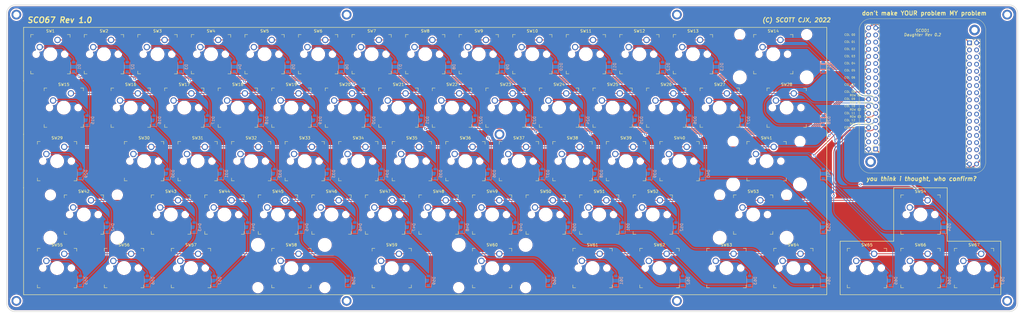
<source format=kicad_pcb>
(kicad_pcb (version 20211014) (generator pcbnew)
  (layers (0 "F.Cu" signal) (31 "B.Cu" signal) (34 "B.Paste" user) (35 "F.Paste" user) (36 "B.SilkS" user "B.Silkscreen") (37 "F.SilkS" user "F.Silkscreen") (38 "B.Mask" user) (39 "F.Mask" user) (44 "Edge.Cuts" user))
  (net 0 "")
  (net 1 "COL 0")
  (net 2 "Net-(D1-Pad2)")
  (net 3 "COL 1")
  (net 4 "Net-(D2-Pad2)")
  (net 5 "COL 2")
  (net 6 "Net-(D3-Pad2)")
  (net 7 "COL 3")
  (net 8 "Net-(D4-Pad2)")
  (net 9 "COL 4")
  (net 10 "Net-(D5-Pad2)")
  (net 11 "COL 5")
  (net 12 "Net-(D6-Pad2)")
  (net 13 "COL 6")
  (net 14 "Net-(D7-Pad2)")
  (net 15 "COL 7")
  (net 16 "Net-(D8-Pad2)")
  (net 17 "COL 8")
  (net 18 "Net-(D9-Pad2)")
  (net 19 "COL 9")
  (net 20 "Net-(D10-Pad2)")
  (net 21 "COL 10")
  (net 22 "Net-(D11-Pad2)")
  (net 23 "COL 11")
  (net 24 "Net-(D12-Pad2)")
  (net 25 "COL 12")
  (net 26 "Net-(D13-Pad2)")
  (net 27 "COL 13")
  (net 28 "Net-(D14-Pad2)")
  (net 29 "Net-(D15-Pad2)")
  (net 30 "Net-(D16-Pad2)")
  (net 31 "Net-(D17-Pad2)")
  (net 32 "Net-(D18-Pad2)")
  (net 33 "Net-(D19-Pad2)")
  (net 34 "Net-(D20-Pad2)")
  (net 35 "Net-(D21-Pad2)")
  (net 36 "Net-(D22-Pad2)")
  (net 37 "Net-(D23-Pad2)")
  (net 38 "Net-(D24-Pad2)")
  (net 39 "Net-(D25-Pad2)")
  (net 40 "Net-(D26-Pad2)")
  (net 41 "Net-(D27-Pad2)")
  (net 42 "Net-(D28-Pad2)")
  (net 43 "Net-(D29-Pad2)")
  (net 44 "Net-(D30-Pad2)")
  (net 45 "Net-(D31-Pad2)")
  (net 46 "Net-(D32-Pad2)")
  (net 47 "Net-(D33-Pad2)")
  (net 48 "Net-(D34-Pad2)")
  (net 49 "Net-(D35-Pad2)")
  (net 50 "Net-(D36-Pad2)")
  (net 51 "Net-(D37-Pad2)")
  (net 52 "Net-(D38-Pad2)")
  (net 53 "Net-(D39-Pad2)")
  (net 54 "Net-(D40-Pad2)")
  (net 55 "Net-(D41-Pad2)")
  (net 56 "Net-(D42-Pad2)")
  (net 57 "Net-(D43-Pad2)")
  (net 58 "Net-(D44-Pad2)")
  (net 59 "Net-(D45-Pad2)")
  (net 60 "Net-(D46-Pad2)")
  (net 61 "Net-(D47-Pad2)")
  (net 62 "Net-(D48-Pad2)")
  (net 63 "Net-(D49-Pad2)")
  (net 64 "Net-(D50-Pad2)")
  (net 65 "Net-(D51-Pad2)")
  (net 66 "Net-(D52-Pad2)")
  (net 67 "Net-(D53-Pad2)")
  (net 68 "Net-(D54-Pad2)")
  (net 69 "Net-(D55-Pad2)")
  (net 70 "Net-(D56-Pad2)")
  (net 71 "Net-(D57-Pad2)")
  (net 72 "Net-(D58-Pad2)")
  (net 73 "Net-(D59-Pad2)")
  (net 74 "Net-(D60-Pad2)")
  (net 75 "Net-(D61-Pad2)")
  (net 76 "Net-(D62-Pad2)")
  (net 77 "Net-(D63-Pad2)")
  (net 78 "Net-(D64-Pad2)")
  (net 79 "Net-(D65-Pad2)")
  (net 80 "Net-(D66-Pad2)")
  (net 81 "+5V")
  (net 82 "GND")
  (net 83 "ROW 4")
  (net 84 "ROW 3")
  (net 85 "ROW 2")
  (net 86 "ROW 1")
  (net 87 "ROW 0")
  (net 89 "Net-(D67-Pad2)")
  (net 90 "Net-(D65-Pad1)")
  (footprint "keyswitches:SW_MX" (layer "F.Cu") (at 296.5375 52.65)
    (fp_text reference "SW28")
    (fp_text value "SW_Push")
  )
  (footprint "MountingHole:MountingHole_2.2mm_M2_ISO7380_Pad_TopBottom" (layer "F.Cu") (at 22.5 121.5)
    (fp_text reference "MH6" hide)
    (fp_text value "MountingHole_2.2mm_M2_ISO7380_Pad_TopBottom" hide)
  )
  (footprint "keyswitches:Stabilizer_MX_2u" (layer "F.Cu") (at 120.325 109.8 180)
    (fp_text reference "STAB5" hide)
    (fp_text value "Stabilizer_MX_2u" hide)
  )
  (footprint "keyswitches:SW_MX" (layer "F.Cu") (at 272.725 52.65)
    (fp_text reference "SW27")
    (fp_text value "SW_Push")
  )
  (footprint "keyswitches:Stabilizer_MX_2u" (layer "F.Cu") (at 191.7625 109.8 180)
    (fp_text reference "STAB6" hide)
    (fp_text value "Stabilizer_MX_2u" hide)
  )
  (footprint "keyswitches:SW_MX" (layer "F.Cu") (at 120.325 52.65)
    (fp_text reference "SW19")
    (fp_text value "SW_Push")
  )
  (footprint "keyswitches:SW_MX" (layer "F.Cu") (at 251.29375 109.8)
    (fp_text reference "SW62")
    (fp_text value "SW_Push")
  )
  (footprint "keyswitches:SW_MX" (layer "F.Cu") (at 156.04375 109.8)
    (fp_text reference "SW59")
    (fp_text value "SW_Push")
  )
  (footprint "keyswitches:SW_MX" (layer "F.Cu") (at 53.65 33.6)
    (fp_text reference "SW2")
    (fp_text value "SW_Push")
  )
  (footprint "keyswitches:SW_MX" (layer "F.Cu") (at 86.9875 71.7)
    (fp_text reference "SW31")
    (fp_text value "SW_Push")
  )
  (footprint "keyswitches:SW_MX" (layer "F.Cu") (at 96.5125 90.75)
    (fp_text reference "SW44")
    (fp_text value "SW_Push")
  )
  (footprint "keyswitches:SW_MX" (layer "F.Cu") (at 215.575 52.65)
    (fp_text reference "SW24")
    (fp_text value "SW_Push")
  )
  (footprint "keyswitches:SW_MX" (layer "F.Cu") (at 344.1625 90.75)
    (fp_text reference "SW54")
    (fp_text value "SW_Push")
  )
  (footprint "keyswitches:SW_MX" (layer "F.Cu") (at 106.0375 71.7)
    (fp_text reference "SW32")
    (fp_text value "SW_Push")
  )
  (footprint "keyswitches:SW_MX" (layer "F.Cu") (at 291.775 33.6)
    (fp_text reference "SW14")
    (fp_text value "SW_Push")
  )
  (footprint "keyswitches:SW_MX" (layer "F.Cu") (at 201.2875 71.7)
    (fp_text reference "SW37")
    (fp_text value "SW_Push")
  )
  (footprint "keyswitches:Stabilizer_MX_2u" (layer "F.Cu") (at 291.775 33.6)
    (fp_text reference "STAB1" hide)
    (fp_text value "Stabilizer_MX_2u" hide)
  )
  (footprint "keyswitches:SW_MX" (layer "F.Cu") (at 115.5625 90.75)
    (fp_text reference "SW45")
    (fp_text value "SW_Push")
  )
  (footprint "keyswitches:SW_MX" (layer "F.Cu") (at 227.48125 109.8)
    (fp_text reference "SW61")
    (fp_text value "SW_Push")
  )
  (footprint "MountingHole:MountingHole_2.2mm_M2_ISO7380_Pad_TopBottom" (layer "F.Cu") (at 140 121.5)
    (fp_text reference "MH7" hide)
    (fp_text value "MountingHole_2.2mm_M2_ISO7380_Pad_TopBottom" hide)
  )
  (footprint "keyswitches:SW_MX" (layer "F.Cu") (at 60.79375 109.8)
    (fp_text reference "SW56")
    (fp_text value "SW_Push")
  )
  (footprint "keyswitches:SW_MX" (layer "F.Cu") (at 187 33.6)
    (fp_text reference "SW9")
    (fp_text value "SW_Push")
  )
  (footprint "keyswitches:SW_MX" (layer "F.Cu") (at 239.3875 71.7)
    (fp_text reference "SW39")
    (fp_text value "SW_Push")
  )
  (footprint "keyswitches:SW_MX" (layer "F.Cu") (at 206.05 33.6)
    (fp_text reference "SW10")
    (fp_text value "SW_Push")
  )
  (footprint "keyswitches:SW_MX" (layer "F.Cu") (at 263.2 33.6)
    (fp_text reference "SW13")
    (fp_text value "SW_Push")
  )
  (footprint "keyswitches:SW_MX" (layer "F.Cu") (at 344.1625 109.8)
    (fp_text reference "SW66")
    (fp_text value "SW_Push")
  )
  (footprint "keyswitches:Stabilizer_MX_2u" (layer "F.Cu") (at 289.39375 71.7)
    (fp_text reference "STAB2" hide)
    (fp_text value "Stabilizer_MX_2u" hide)
  )
  (footprint "keyswitches:SW_MX" (layer "F.Cu") (at 163.1875 71.7)
    (fp_text reference "SW35")
    (fp_text value "SW_Push")
  )
  (footprint "keyswitches:SW_MX" (layer "F.Cu") (at 289.39375 71.7)
    (fp_text reference "SW41")
    (fp_text value "SW_Push")
  )
  (footprint "keyswitches:SW_MX" (layer "F.Cu") (at 36.98125 71.7)
    (fp_text reference "SW29")
    (fp_text value "SW_Push")
  )
  (footprint "keyswitches:SW_MX" (layer "F.Cu") (at 172.7125 90.75)
    (fp_text reference "SW48")
    (fp_text value "SW_Push")
  )
  (footprint "keyswitches:SW_MX" (layer "F.Cu") (at 129.85 33.6)
    (fp_text reference "SW6")
    (fp_text value "SW_Push")
  )
  (footprint "keyswitches:SW_MX" (layer "F.Cu") (at 275.10625 109.8)
    (fp_text reference "SW63")
    (fp_text value "SW_Push")
  )
  (footprint "keyswitches:SW_MX" (layer "F.Cu") (at 84.60625 109.8)
    (fp_text reference "SW57")
    (fp_text value "SW_Push")
  )
  (footprint "keyswitches:SW_MX" (layer "F.Cu") (at 167.95 33.6)
    (fp_text reference "SW8")
    (fp_text value "SW_Push")
  )
  (footprint "keyswitches:SW_MX" (layer "F.Cu") (at 210.8125 90.75)
    (fp_text reference "SW50")
    (fp_text value "SW_Push")
  )
  (footprint "keyswitches:SW_MX" (layer "F.Cu") (at 225.1 33.6)
    (fp_text reference "SW11")
    (fp_text value "SW_Push")
  )
  (footprint "keyswitches:SW_MX" (layer "F.Cu") (at 177.475 52.65)
    (fp_text reference "SW22")
    (fp_text value "SW_Push")
  )
  (footprint "MountingHole:MountingHole_2.2mm_M2_ISO7380_Pad_TopBottom" (layer "F.Cu") (at 194.375 62.15)
    (fp_text reference "MH5" hide)
    (fp_text value "MountingHole_2.2mm_M2_ISO7380_Pad_TopBottom" hide)
  )
  (footprint "keyswitches:SW_MX" (layer "F.Cu") (at 220.3375 71.7)
    (fp_text reference "SW38")
    (fp_text value "SW_Push")
  )
  (footprint "MountingHole:MountingHole_2.2mm_M2_ISO7380_Pad_TopBottom" (layer "F.Cu") (at 375 121.5)
    (fp_text reference "MH9" hide)
    (fp_text value "MountingHole_2.2mm_M2_ISO7380_Pad_TopBottom" hide)
  )
  (footprint "MountingHole:MountingHole_2.2mm_M2_ISO7380_Pad_TopBottom" (layer "F.Cu") (at 375 19.5)
    (fp_text reference "MH4" hide)
    (fp_text value "MountingHole_2.2mm_M2_ISO7380_Pad_TopBottom" hide)
  )
  (footprint "keyswitches:SW_MX" (layer "F.Cu") (at 284.63125 90.75)
    (fp_text reference "SW53")
    (fp_text value "SW_Push")
  )
  (footprint "keyswitches:SW_MX" (layer "F.Cu") (at 229.8625 90.75)
    (fp_text reference "SW51")
    (fp_text value "SW_Push")
  )
  (footprint "sco_lib:Daughter Rev 0.2" (layer "F.Cu") (at 322.354915 76.069)
    (fp_text reference "SCOD1")
    (fp_text value "Daughter Rev 0.2")
  )
  (footprint "keyswitches:SW_MX" (layer "F.Cu") (at 34.6 33.6)
    (fp_text reference "SW1")
    (fp_text value "SW_Push")
  )
  (footprint "keyswitches:SW_MX" (layer "F.Cu") (at 139.375 52.65)
    (fp_text reference "SW20")
    (fp_text value "SW_Push")
  )
  (footprint "keyswitches:SW_MX" (layer "F.Cu") (at 125.0875 71.7)
    (fp_text reference "SW33")
    (fp_text value "SW_Push")
  )
  (footprint "keyswitches:SW_MX" (layer "F.Cu") (at 36.98125 109.8)
    (fp_text reference "SW55")
    (fp_text value "SW_Push")
  )
  (footprint "keyswitches:SW_MX" (layer "F.Cu") (at 67.9375 71.7)
    (fp_text reference "SW30")
    (fp_text value "SW_Push")
  )
  (footprint "keyswitches:SW_MX" (layer "F.Cu") (at 39.3625 52.65)
    (fp_text reference "SW15")
    (fp_text value "SW_Push")
  )
  (footprint "keyswitches:SW_MX" (layer "F.Cu") (at 101.275 52.65)
    (fp_text reference "SW18")
    (fp_text value "SW_Push")
  )
  (footprint "keyswitches:SW_MX" (layer "F.Cu") (at 191.7625 109.8)
    (fp_text reference "SW60")
    (fp_text value "SW_Push")
  )
  (footprint "keyswitches:SW_MX" (layer "F.Cu") (at 158.425 52.65)
    (fp_text reference "SW21")
    (fp_text value "SW_Push")
  )
  (footprint "keyswitches:SW_MX" (layer "F.Cu") (at 153.6625 90.75)
    (fp_text reference "SW47")
    (fp_text value "SW_Push")
  )
  (footprint "keyswitches:SW_MX" (layer "F.Cu") (at 196.525 52.65)
    (fp_text reference "SW23")
    (fp_text value "SW_Push")
  )
  (footprint "keyswitches:SW_MX" (layer "F.Cu") (at 248.9125 90.75)
    (fp_text reference "SW52")
    (fp_text value "SW_Push")
  )
  (footprint "keyswitches:SW_MX" (layer "F.Cu") (at 244.15 33.6)
    (fp_text reference "SW12")
    (fp_text value "SW_Push")
  )
  (footprint "keyswitches:SW_MX" (layer "F.Cu") (at 77.4625 90.75)
    (fp_text reference "SW43")
    (fp_text value "SW_Push")
  )
  (footprint "keyswitches:SW_MX" (layer "F.Cu") (at 120.325 109.8)
    (fp_text reference "SW58")
    (fp_text value "SW_Push")
  )
  (footprint "keyswitches:SW_MX" (layer "F.Cu") (at 253.675 52.65)
    (fp_text reference "SW26")
    (fp_text value "SW_Push")
  )
  (footprint "keyswitches:Stabilizer_MX_2u" (layer "F.Cu") (at 46.50625 90.75)
    (fp_text reference "STAB3" hide)
    (fp_text value "Stabilizer_MX_2u" hide)
  )
  (footprint "keyswitches:SW_MX" (layer "F.Cu") (at 182.2375 71.7)
    (fp_text reference "SW36")
    (fp_text value "SW_Push")
  )
  (footprint "keyswitches:SW_MX" (layer "F.Cu") (at 363.2125 109.8)
    (fp_text reference "SW67")
    (fp_text value "SW_Push")
  )
  (footprint "keyswitches:SW_MX" (layer "F.Cu") (at 134.6125 90.75)
    (fp_text reference "SW46")
    (fp_text value "SW_Push")
  )
  (footprint "keyswitches:SW_MX" (layer "F.Cu") (at 258.4375 71.7)
    (fp_text reference "SW40")
    (fp_text value "SW_Push")
  )
  (footprint "keyswitches:Stabilizer_MX_2u" (layer "F.Cu") (at 284.63125 90.75)
    (fp_text reference "STAB4" hide)
    (fp_text value "Stabilizer_MX_2u" hide)
  )
  (footprint "MountingHole:MountingHole_2.2mm_M2_ISO7380_Pad_TopBottom" (layer "F.Cu") (at 257.5 19.5)
    (fp_text reference "MH3" hide)
    (fp_text value "MountingHole_2.2mm_M2_ISO7380_Pad_TopBottom" hide)
  )
  (footprint "keyswitches:SW_MX" (layer "F.Cu") (at 72.7 33.6)
    (fp_text reference "SW3")
    (fp_text value "SW_Push")
  )
  (footprint "MountingHole:MountingHole_2.2mm_M2_ISO7380_Pad_TopBottom" (layer "F.Cu") (at 22.5 19.5)
    (fp_text reference "MH1" hide)
    (fp_text value "MountingHole_2.2mm_M2_ISO7380_Pad_TopBottom" hide)
  )
  (footprint "keyswitches:SW_MX" (layer "F.Cu") (at 82.225 52.65)
    (fp_text reference "SW17")
    (fp_text value "SW_Push")
  )
  (footprint "keyswitches:SW_MX" (layer "F.Cu") (at 148.9 33.6)
    (fp_text reference "SW7")
    (fp_text value "SW_Push")
  )
  (footprint "MountingHole:MountingHole_2.2mm_M2_ISO7380_Pad_TopBottom" (layer "F.Cu") (at 140 19.5)
    (fp_text reference "MH2" hide)
    (fp_text value "MountingHole_2.2mm_M2_ISO7380_Pad_TopBottom" hide)
  )
  (footprint "keyswitches:SW_MX" (layer "F.Cu") (at 91.75 33.6)
    (fp_text reference "SW4")
    (fp_text value "SW_Push")
  )
  (footprint "keyswitches:SW_MX" (layer "F.Cu") (at 144.1375 71.7)
    (fp_text reference "SW34")
    (fp_text value "SW_Push")
  )
  (footprint "MountingHole:MountingHole_2.2mm_M2_ISO7380_Pad_TopBottom" (layer "F.Cu") (at 257.5 121.5)
    (fp_text reference "MH8" hide)
    (fp_text value "MountingHole_2.2mm_M2_ISO7380_Pad_TopBottom" hide)
  )
  (footprint "keyswitches:SW_MX" (layer "F.Cu") (at 46.50625 90.75)
    (fp_text reference "SW42")
    (fp_text value "SW_Push")
  )
  (footprint "keyswitches:SW_MX" (layer "F.Cu") (at 110.8 33.6)
    (fp_text reference "SW5")
    (fp_text value "SW_Push")
  )
  (footprint "keyswitches:SW_MX" (layer "F.Cu") (at 63.175 52.65)
    (fp_text reference "SW16")
    (fp_text value "SW_Push")
  )
  (footprint "keyswitches:SW_MX" (layer "F.Cu") (at 325.1125 109.8)
    (fp_text reference "SW65")
    (fp_text value "SW_Push")
  )
  (footprint "keyswitches:SW_MX" (layer "F.Cu") (at 298.91875 109.8)
    (fp_text reference "SW64")
    (fp_text value "SW_Push")
  )
  (footprint "keyswitches:SW_MX" (layer "F.Cu") (at 191.7625 90.75)
    (fp_text reference "SW49")
    (fp_text value "SW_Push")
  )
  (footprint "keyswitches:SW_MX" (layer "F.Cu") (at 234.625 52.65)
    (fp_text reference "SW25")
    (fp_text value "SW_Push")
  )
  (footprint "Diode_SMD:D_SOD-123" (layer "B.Cu") (at 352.425 114.3 90)
    (fp_text reference "D66")
    (fp_text value "1N4148W")
  )
  (footprint "Diode_SMD:D_SOD-123" (layer "B.Cu") (at 176.2125 38.1 90)
    (fp_text reference "D8")
    (fp_text value "1N4148W")
  )
  (footprint "Diode_SMD:D_SOD-123" (layer "B.Cu") (at 104.775 95.25 90)
    (fp_text reference "D44")
    (fp_text value "1N4148W")
  )
  (footprint "Diode_SMD:D_SOD-123" (layer "B.Cu") (at 195.2625 38.1 90)
    (fp_text reference "D9")
    (fp_text value "1N4148W")
  )
  (footprint "Diode_SMD:D_SOD-123" (layer "B.Cu") (at 309.5625 95.25 90)
    (fp_text reference "D53")
    (fp_text value "1N4148W")
  )
  (footprint "Diode_SMD:D_SOD-123" (layer "B.Cu") (at 190.5 76.2 90)
    (fp_text reference "D36")
    (fp_text value "1N4148W")
  )
  (footprint "Diode_SMD:D_SOD-123" (layer "B.Cu") (at 147.6375 57.15 90)
    (fp_text reference "D20")
    (fp_text value "1N4148W")
  )
  (footprint "Diode_SMD:D_SOD-123" (layer "B.Cu") (at 92.86875 114.3 90)
    (fp_text reference "D57")
    (fp_text value "1N4148W")
  )
  (footprint "Diode_SMD:D_SOD-123" (layer "B.Cu") (at 280.9875 57.15 90)
    (fp_text reference "D27")
    (fp_text value "1N4148W")
  )
  (footprint "Diode_SMD:D_SOD-123" (layer "B.Cu") (at 71.4375 57.15 90)
    (fp_text reference "D16")
    (fp_text value "1N4148W")
  )
  (footprint "Diode_SMD:D_SOD-123" (layer "B.Cu") (at 309.5625 114.3 90)
    (fp_text reference "D64")
    (fp_text value "1N4148W")
  )
  (footprint "Diode_SMD:D_SOD-123" (layer "B.Cu") (at 309.5625 38.1 90)
    (fp_text reference "D14")
    (fp_text value "1N4148W")
  )
  (footprint "Diode_SMD:D_SOD-123" (layer "B.Cu") (at 90.4875 57.15 90)
    (fp_text reference "D17")
    (fp_text value "1N4148W")
  )
  (footprint "Diode_SMD:D_SOD-123" (layer "B.Cu") (at 85.725 95.25 90)
    (fp_text reference "D43")
    (fp_text value "1N4148W")
  )
  (footprint "Diode_SMD:D_SOD-123" (layer "B.Cu") (at 283.36875 114.3 90)
    (fp_text reference "D63")
    (fp_text value "1N4148W")
  )
  (footprint "Diode_SMD:D_SOD-123" (layer "B.Cu") (at 214.3125 38.1 90)
    (fp_text reference "D10")
    (fp_text value "1N4148W")
  )
  (footprint "Diode_SMD:D_SOD-123" (layer "B.Cu") (at 133.35 76.2 90)
    (fp_text reference "D33")
    (fp_text value "1N4148W")
  )
  (footprint "Diode_SMD:D_SOD-123" (layer "B.Cu") (at 142.875 95.25 90)
    (fp_text reference "D46")
    (fp_text value "1N4148W")
  )
  (footprint "Diode_SMD:D_SOD-123" (layer "B.Cu") (at 69.05625 114.3 90)
    (fp_text reference "D56")
    (fp_text value "1N4148W")
  )
  (footprint "Diode_SMD:D_SOD-123" (layer "B.Cu") (at 80.9625 38.1 90)
    (fp_text reference "D3")
    (fp_text value "1N4148W")
  )
  (footprint "Diode_SMD:D_SOD-123" (layer "B.Cu") (at 138.1125 38.1 90)
    (fp_text reference "D6")
    (fp_text value "1N4148W")
  )
  (footprint "Diode_SMD:D_SOD-123" (layer "B.Cu") (at 61.9125 38.1 90)
    (fp_text reference "D2")
    (fp_text value "1N4148W")
  )
  (footprint "Diode_SMD:D_SOD-123" (layer "B.Cu") (at 352.425 95.25 90)
    (fp_text reference "D54")
    (fp_text value "1N4148W")
  )
  (footprint "Diode_SMD:D_SOD-123" (layer "B.Cu") (at 235.74375 114.3 90)
    (fp_text reference "D61")
    (fp_text value "1N4148W")
  )
  (footprint "Diode_SMD:D_SOD-123" (layer "B.Cu") (at 309.5625 57.15 90)
    (fp_text reference "D28")
    (fp_text value "1N4148W")
  )
  (footprint "Diode_SMD:D_SOD-123" (layer "B.Cu") (at 100.0125 38.1 90)
    (fp_text reference "D4")
    (fp_text value "1N4148W")
  )
  (footprint "Diode_SMD:D_SOD-123" (layer "B.Cu") (at 45.24375 114.3 90)
    (fp_text reference "D55")
    (fp_text value "1N4148W")
  )
  (footprint "Diode_SMD:D_SOD-123" (layer "B.Cu") (at 242.8875 57.15 90)
    (fp_text reference "D25")
    (fp_text value "1N4148W")
  )
  (footprint "Diode_SMD:D_SOD-123" (layer "B.Cu") (at 166.6875 57.15 90)
    (fp_text reference "D21")
    (fp_text value "1N4148W")
  )
  (footprint "Diode_SMD:D_SOD-123" (layer "B.Cu") (at 261.9375 57.15 90)
    (fp_text reference "D26")
    (fp_text value "1N4148W")
  )
  (footprint "Diode_SMD:D_SOD-123" (layer "B.Cu") (at 259.55625 114.3 90)
    (fp_text reference "D62")
    (fp_text value "1N4148W")
  )
  (footprint "Diode_SMD:D_SOD-123" (layer "B.Cu") (at 76.2 76.2 90)
    (fp_text reference "D30")
    (fp_text value "1N4148W")
  )
  (footprint "Diode_SMD:D_SOD-123" (layer "B.Cu") (at 238.125 95.25 90)
    (fp_text reference "D51")
    (fp_text value "1N4148W")
  )
  (footprint "Diode_SMD:D_SOD-123" (layer "B.Cu") (at 54.76875 95.25 90)
    (fp_text reference "D42")
    (fp_text value "1N4148W")
  )
  (footprint "Diode_SMD:D_SOD-123" (layer "B.Cu") (at 47.625 57.15 90)
    (fp_text reference "D15")
    (fp_text value "1N4148W")
  )
  (footprint "Diode_SMD:D_SOD-123" (layer "B.Cu") (at 45.24375 76.2 90)
    (fp_text reference "D29")
    (fp_text value "1N4148W")
  )
  (footprint "Diode_SMD:D_SOD-123" (layer "B.Cu") (at 109.5375 57.15 90)
    (fp_text reference "D18")
    (fp_text value "1N4148W")
  )
  (footprint "Diode_SMD:D_SOD-123" (layer "B.Cu") (at 169.06875 114.3 90)
    (fp_text reference "D59")
    (fp_text value "1N4148W")
  )
  (footprint "Diode_SMD:D_SOD-123" (layer "B.Cu") (at 247.65 76.2 90)
    (fp_text reference "D39")
    (fp_text value "1N4148W")
  )
  (footprint "Diode_SMD:D_SOD-123" (layer "B.Cu") (at 204.7875 57.15 90)
    (fp_text reference "D23")
    (fp_text value "1N4148W")
  )
  (footprint "Diode_SMD:D_SOD-123" (layer "B.Cu") (at 209.55 76.2 90)
    (fp_text reference "D37")
    (fp_text value "1N4148W")
  )
  (footprint "Diode_SMD:D_SOD-123" (layer "B.Cu") (at 128.5875 57.15 90)
    (fp_text reference "D19")
    (fp_text value "1N4148W")
  )
  (footprint "Diode_SMD:D_SOD-123" (layer "B.Cu") (at 223.8375 57.15 90)
    (fp_text reference "D24")
    (fp_text value "1N4148W")
  )
  (footprint "Diode_SMD:D_SOD-123" (layer "B.Cu") (at 185.7375 57.15 90)
    (fp_text reference "D22")
    (fp_text value "1N4148W")
  )
  (footprint "Diode_SMD:D_SOD-123" (layer "B.Cu") (at 266.7 76.2 90)
    (fp_text reference "D40")
    (fp_text value "1N4148W")
  )
  (footprint "Diode_SMD:D_SOD-123" (layer "B.Cu") (at 95.25 76.2 90)
    (fp_text reference "D31")
    (fp_text value "1N4148W")
  )
  (footprint "Diode_SMD:D_SOD-123" (layer "B.Cu") (at 211.93125 114.3 90)
    (fp_text reference "D60")
    (fp_text value "1N4148W")
  )
  (footprint "Diode_SMD:D_SOD-123" (layer "B.Cu") (at 233.3625 38.1 90)
    (fp_text reference "D11")
    (fp_text value "1N4148W")
  )
  (footprint "Diode_SMD:D_SOD-123" (layer "B.Cu") (at 42.8625 38.1 90)
    (fp_text reference "D1")
    (fp_text value "1N4148W")
  )
  (footprint "Diode_SMD:D_SOD-123" (layer "B.Cu") (at 333.375 114.3 90)
    (fp_text reference "D65")
    (fp_text value "1N4148W")
  )
  (footprint "Diode_SMD:D_SOD-123" (layer "B.Cu") (at 140.49375 114.3 90)
    (fp_text reference "D58")
    (fp_text value "1N4148W")
  )
  (footprint "Diode_SMD:D_SOD-123" (layer "B.Cu") (at 119.0625 38.1 90)
    (fp_text reference "D5")
    (fp_text value "1N4148W")
  )
  (footprint "Diode_SMD:D_SOD-123" (layer "B.Cu") (at 228.6 76.2 90)
    (fp_text reference "D38")
    (fp_text value "1N4148W")
  )
  (footprint "Diode_SMD:D_SOD-123" (layer "B.Cu") (at 152.4 76.2 90)
    (fp_text reference "D34")
    (fp_text value "1N4148W")
  )
  (footprint "Diode_SMD:D_SOD-123" (layer "B.Cu") (at 271.4625 38.1 90)
    (fp_text reference "D13")
    (fp_text value "1N4148W")
  )
  (footprint "Diode_SMD:D_SOD-123" (layer "B.Cu") (at 219.075 95.25 90)
    (fp_text reference "D50")
    (fp_text value "1N4148W")
  )
  (footprint "Diode_SMD:D_SOD-123" (layer "B.Cu") (at 257.175 95.25 90)
    (fp_text reference "D52")
    (fp_text value "1N4148W")
  )
  (footprint "Diode_SMD:D_SOD-123" (layer "B.Cu") (at 161.925 95.25 90)
    (fp_text reference "D47")
    (fp_text value "1N4148W")
  )
  (footprint "Diode_SMD:D_SOD-123" (layer "B.Cu") (at 123.825 95.25 90)
    (fp_text reference "D45")
    (fp_text value "1N4148W")
  )
  (footprint "Diode_SMD:D_SOD-123" (layer "B.Cu") (at 309.5625 76.2 90)
    (fp_text reference "D41")
    (fp_text value "1N4148W")
  )
  (footprint "Diode_SMD:D_SOD-123" (layer "B.Cu") (at 114.3 76.2 90)
    (fp_text reference "D32")
    (fp_text value "1N4148W")
  )
  (footprint "Diode_SMD:D_SOD-123" (layer "B.Cu") (at 252.4125 38.1 90)
    (fp_text reference "D12")
    (fp_text value "1N4148W")
  )
  (footprint "Diode_SMD:D_SOD-123" (layer "B.Cu") (at 157.1625 38.1 90)
    (fp_text reference "D7")
    (fp_text value "1N4148W")
  )
  (footprint "Diode_SMD:D_SOD-123" (layer "B.Cu") (at 180.975 95.25 90)
    (fp_text reference "D48")
    (fp_text value "1N4148W")
  )
  (footprint "Diode_SMD:D_SOD-123" (layer "B.Cu") (at 200.025 95.25 90)
    (fp_text reference "D49")
    (fp_text value "1N4148W")
  )
  (footprint "Diode_SMD:D_SOD-123" (layer "B.Cu") (at 371.475 114.3 90)
    (fp_text reference "D67")
    (fp_text value "1N4148W")
  )
  (footprint "Diode_SMD:D_SOD-123" (layer "B.Cu") (at 171.45 76.2 90)
    (fp_text reference "D35")
    (fp_text value "1N4148W")
  )
  (gr_line (start 327 50.8) (end 328 52.07) (layer "F.SilkS") (width 0.15))
  (gr_line locked (start 353.675 100.24862) (end 353.675 81.19852) (layer "F.SilkS") (width 0.2))
  (gr_line (start 324 48.26) (end 327 48.26) (layer "F.SilkS") (width 0.15))
  (gr_line (start 327 58.42) (end 328 59.69) (layer "F.SilkS") (width 0.15))
  (gr_line locked (start 334.622 100.24862) (end 315.572 100.24862) (layer "F.SilkS") (width 0.2))
  (gr_line locked (start 310.812 24.04692) (end 25.05967 24.04692) (layer "F.SilkS") (width 0.2))
  (gr_line (start 327 55.88) (end 328 57.15) (layer "F.SilkS") (width 0.15))
  (gr_line locked (start 25.06105 81.19992) (end 25.06105 119.3) (layer "F.SilkS") (width 0.2))
  (gr_line locked (start 25.05967 62.14852) (end 25.05967 81.19992) (layer "F.SilkS") (width 0.2))
  (gr_line locked (start 315.572 119.3) (end 372.725 119.3) (layer "F.SilkS") (width 0.2))
  (gr_line locked (start 310.812 119.3) (end 310.812 24.04692) (layer "F.SilkS") (width 0.2))
  (gr_line locked (start 25.06105 119.3) (end 310.812 119.3) (layer "F.SilkS") (width 0.2))
  (gr_line locked (start 25.05967 81.19992) (end 25.06105 81.19992) (layer "F.SilkS") (width 0.2))
  (gr_line locked (start 334.622 81.19852) (end 334.622 100.24862) (layer "F.SilkS") (width 0.2))
  (gr_line locked (start 25.06105 62.14852) (end 25.05967 62.14852) (layer "F.SilkS") (width 0.2))
  (gr_line (start 327 48.26) (end 328 49.53) (layer "F.SilkS") (width 0.15))
  (gr_line locked (start 353.675 81.19852) (end 334.622 81.19852) (layer "F.SilkS") (width 0.2))
  (gr_line locked (start 25.05967 24.04692) (end 25.05967 43.09992) (layer "F.SilkS") (width 0.2))
  (gr_line (start 327 53.34) (end 328 54.61) (layer "F.SilkS") (width 0.15))
  (gr_line (start 324 53.34) (end 327 53.34) (layer "F.SilkS") (width 0.15))
  (gr_line locked (start 372.725 100.24862) (end 353.675 100.24862) (layer "F.SilkS") (width 0.2))
  (gr_line locked (start 25.06105 43.09992) (end 25.06105 62.14852) (layer "F.SilkS") (width 0.2))
  (gr_line (start 324 58.42) (end 327 58.42) (layer "F.SilkS") (width 0.15))
  (gr_line (start 324 50.8) (end 327 50.8) (layer "F.SilkS") (width 0.15))
  (gr_line locked (start 25.05967 43.09992) (end 25.06105 43.09992) (layer "F.SilkS") (width 0.2))
  (gr_line locked (start 315.572 100.24862) (end 315.572 119.3) (layer "F.SilkS") (width 0.2))
  (gr_line locked (start 372.725 119.3) (end 372.725 100.24862) (layer "F.SilkS") (width 0.2))
  (gr_line (start 324 55.88) (end 327 55.88) (layer "F.SilkS") (width 0.15))
  (gr_poly locked (pts (xy 19.196072 18.123) (xy 19.132682 18.35) (xy 19.085829 18.58) (xy 19.059646 18.814) (xy 19.05 19.05) (xy 19.05 122.30107) (xy 19.059646 122.53672) (xy 19.085829 122.77099) (xy 19.132682 123.00112) (xy 19.196072 123.22849) (xy 19.278754 123.44898) (xy 19.376594 123.66258) (xy 19.492351 123.86928) (xy 19.621887 124.06496) (xy 19.767958 124.24962) (xy 19.927809 124.42325) (xy 20.101445 124.5831) (xy 20.286105 124.729179) (xy 20.481785 124.858712) (xy 20.688485 124.974469) (xy 20.902085 125.072308) (xy 21.122565 125.154992) (xy 21.349945 125.218383) (xy 21.580075 125.265235) (xy 21.814345 125.291418) (xy 22.049985 125.301063) (xy 375.715915 125.301063) (xy 375.947915 125.291418) (xy 376.180915 125.265235) (xy 376.413915 125.218383) (xy 376.639915 125.154992) (xy 376.861915 125.072308) (xy 377.073915 124.974469) (xy 377.281915 124.858712) (xy 377.475915 124.729179) (xy 377.658915 124.5831) (xy 377.835915 124.42325) (xy 377.994915 124.24962) (xy 378.138915 124.06496) (xy 378.272915 123.86928) (xy 378.385915 123.66258) (xy 378.484915 123.44898) (xy 378.565915 123.22849) (xy 378.629915 123.00112) (xy 378.674915 122.77099) (xy 378.703915 122.53672) (xy 378.713915 122.30107) (xy 378.713915 19.05) (xy 378.703915 18.814) (xy 378.674915 18.58) (xy 378.629915 18.35) (xy 378.565915 18.123) (xy 378.484915 17.902) (xy 378.385915 17.689) (xy 378.272915 17.482) (xy 378.138915 17.286) (xy 377.994915 17.102) (xy 377.835915 16.928) (xy 377.658915 16.768) (xy 377.475915 16.622) (xy 377.281915 16.492) (xy 377.073915 16.377) (xy 376.861915 16.279) (xy 376.639915 16.196) (xy 376.413915 16.133) (xy 376.180915 16.086) (xy 375.947915 16.06) (xy 375.715915 16.05) (xy 22.049985 16.05) (xy 21.814345 16.06) (xy 21.580075 16.086) (xy 21.349945 16.133) (xy 21.122565 16.196) (xy 20.902085 16.279) (xy 20.688485 16.377) (xy 20.481785 16.492) (xy 20.286105 16.622) (xy 20.101445 16.768) (xy 19.927809 16.928) (xy 19.767958 17.102) (xy 19.621887 17.286) (xy 19.492351 17.482) (xy 19.376594 17.689) (xy 19.278754 17.902)) (layer "Edge.Cuts") (width 0.2) (fill none))
  (gr_text "(C) SCOTT CJX, 2022" (at 300.0375 21.43125) (layer "F.SilkS") (effects (font (size 1.5 1.5) (thickness 0.3) italic)))
  (gr_text "you think i thought, who confirm?" (at 344.5 78) (layer "F.SilkS") (effects (font (size 1.5 1.5) (thickness 0.3) italic)))
  (gr_text "COL 07" (at 319 44.45) (layer "F.SilkS") (effects (font (size 0.7 0.7) (thickness 0.1))))
  (gr_text "COL 08" (at 319 46.99) (layer "F.SilkS") (effects (font (size 0.7 0.7) (thickness 0.1))))
  (gr_text "ROW 00" (at 321 48.26) (layer "F.SilkS") (effects (font (size 0.7 0.7) (thickness 0.1))))
  (gr_text "COL 03" (at 319 34.29) (layer "F.SilkS") (effects (font (size 0.7 0.7) (thickness 0.1))))
  (gr_text "COL 02" (at 319 31.75) (layer "F.SilkS") (effects (font (size 0.7 0.7) (thickness 0.1))))
  (gr_text "don't make YOUR problem MY problem" (at 345.5 19) (layer "F.SilkS") (effects (font (size 1.5 1.5) (thickness 0.3))))
  (gr_text "COL 05" (at 319 39.37) (layer "F.SilkS") (effects (font (size 0.7 0.7) (thickness 0.1))))
  (gr_text "ROW 01" (at 321 50.8) (layer "F.SilkS") (effects (font (size 0.7 0.7) (thickness 0.1))))
  (gr_text "ROW 02" (at 321 53.34) (layer "F.SilkS") (effects (font (size 0.7 0.7) (thickness 0.1))))
  (gr_text "COL 10" (at 319 52.07) (layer "F.SilkS") (effects (font (size 0.7 0.7) (thickness 0.1))))
  (gr_text "COL 11" (at 319 54.61) (layer "F.SilkS") (effects (font (size 0.7 0.7) (thickness 0.1))))
  (gr_text "COL 01" (at 319 29.21) (layer "F.SilkS") (effects (font (size 0.7 0.7) (thickness 0.1))))
  (gr_text "COL 06" (at 319 41.91) (layer "F.SilkS") (effects (font (size 0.7 0.7) (thickness 0.1))))
  (gr_text "ROW 03" (at 321 55.88) (layer "F.SilkS") (effects (font (size 0.7 0.7) (thickness 0.1))))
  (gr_text "COL 13" (at 319 59.69) (layer "F.SilkS") (effects (font (size 0.7 0.7) (thickness 0.1))))
  (gr_text "SCO67 Rev 1.0" (at 26.19375 21.43125) (layer "F.SilkS") (effects (font (size 2 2) (thickness 0.4) italic) (justify left)))
  (gr_text "COL 04" (at 319 36.83) (layer "F.SilkS") (effects (font (size 0.7 0.7) (thickness 0.1))))
  (gr_text "COL 00" (at 319 26.67) (layer "F.SilkS") (effects (font (size 0.7 0.7) (thickness 0.1))))
  (gr_text "COL 12" (at 319 57.15) (layer "F.SilkS") (effects (font (size 0.7 0.7) (thickness 0.1))))
  (gr_text "ROW 04" (at 321 58.42) (layer "F.SilkS") (effects (font (size 0.7 0.7) (thickness 0.1))))
  (gr_text "COL 09" (at 319 49.53) (layer "F.SilkS") (effects (font (size 0.7 0.7) (thickness 0.1))))
  (segment locked (start 44.75625 41.64375) (end 44.7625 41.65) (width 0.25) (layer "F.Cu") (net 1))
  (segment locked (start 273.071321 40.77132) (end 276.238962 37.603679) (width 0.25) (layer "F.Cu") (net 1))
  (segment locked (start 278.360282 36.725) (end 314.476274 36.725) (width 0.25) (layer "F.Cu") (net 1))
  (segment locked (start 316.597595 35.84632) (end 325.688342 26.755573) (width 0.25) (layer "F.Cu") (net 1))
  (segment locked (start 44.7625 41.65) (end 270.95 41.65) (width 0.25) (layer "F.Cu") (net 1))
  (via locked (at 44.75625 41.64375) (size 0.8) (drill 0.4) (layers "F.Cu" "B.Cu") (net 1))
  (arc locked (start 276.238962 37.603679) (mid 277.212232 36.953361) (end 278.360282 36.725) (width 0.25) (layer "F.Cu") (net 1))
  (arc locked (start 270.95 41.65) (mid 272.098051 41.421638) (end 273.071321 40.77132) (width 0.25) (layer "F.Cu") (net 1))
  (arc locked (start 314.476274 36.725) (mid 315.624325 36.496639) (end 316.597595 35.84632) (width 0.25) (layer "F.Cu") (net 1))
  (segment locked (start 56.3 90.148891) (end 56.3 94.126109) (width 0.25) (layer "B.Cu") (net 1))
  (segment locked (start 47.625 58.8) (end 47.625 74.226109) (width 0.25) (layer "B.Cu") (net 1))
  (segment locked (start 46.74632 76.34743) (end 45.24375 77.85) (width 0.25) (layer "B.Cu") (net 1))
  (segment locked (start 47.670831 58.754169) (end 47.625 58.8) (width 0.25) (layer "B.Cu") (net 1))
  (segment locked (start 55.42132 96.24743) (end 54.76875 96.9) (width 0.25) (layer "B.Cu") (net 1))
  (segment locked (start 54.76875 96.9) (end 54.76875 105.182359) (width 0.25) (layer "B.Cu") (net 1))
  (segment locked (start 45.24375 77.85) (end 55.421321 88.027571) (width 0.25) (layer "B.Cu") (net 1))
  (segment locked (start 44.75625 41.64375) (end 47.670832 44.558332) (width 0.25) (layer "B.Cu") (net 1))
  (segment locked (start 42.8625 39.75) (end 44.75625 41.64375) (width 0.25) (layer "B.Cu") (net 1))
  (segment locked (start 48.549511 46.679652) (end 48.549511 56.632848) (width 0.25) (layer "B.Cu") (net 1))
  (segment locked (start 53.89007 107.30368) (end 45.24375 115.95) (width 0.25) (layer "B.Cu") (net 1))
  (arc locked (start 48.549511 56.632848) (mid 48.321149 57.780899) (end 47.670831 58.754169) (width 0.25) (layer "B.Cu") (net 1))
  (arc locked (start 46.74632 76.34743) (mid 47.396639 75.37416) (end 47.625 74.226109) (width 0.25) (layer "B.Cu") (net 1))
  (arc locked (start 54.76875 105.182359) (mid 54.540388 106.33041) (end 53.89007 107.30368) (width 0.25) (layer "B.Cu") (net 1))
  (arc locked (start 48.549511 46.679652) (mid 48.32115 45.531602) (end 47.670832 44.558332) (width 0.25) (layer "B.Cu") (net 1))
  (arc locked (start 55.421321 88.027571) (mid 56.071639 89.000841) (end 56.3 90.148891) (width 0.25) (layer "B.Cu") (net 1))
  (arc locked (start 56.3 94.126109) (mid 56.071638 95.27416) (end 55.42132 96.24743) (width 0.25) (layer "B.Cu") (net 1))
  (segment locked (start 39.165901 31.352893) (end 42.569607 34.756599) (width 0.25) (layer "B.Cu") (net 2))
  (segment locked (start 30.79 31.06) (end 38.458794 31.06) (width 0.25) (layer "B.Cu") (net 2))
  (segment locked (start 42.8625 35.463706) (end 42.8625 36.45) (width 0.25) (layer "B.Cu") (net 2))
  (arc locked (start 42.8625 35.463706) (mid 42.78638 35.081023) (end 42.569607 34.756599) (width 0.25) (layer "B.Cu") (net 2))
  (arc locked (start 38.458794 31.06) (mid 38.841477 31.13612) (end 39.165901 31.352893) (width 0.25) (layer "B.Cu") (net 2))
  (segment locked (start 64.82548 42.09952) (end 64.54375 42.38125) (width 0.25) (layer "F.Cu") (net 3))
  (segment locked (start 325.688342 29.295573) (end 318.684045 36.29987) (width 0.25) (layer "F.Cu") (net 3))
  (segment locked (start 276.427847 38.071539) (end 273.278545 41.220841) (width 0.25) (layer "F.Cu") (net 3))
  (segment locked (start 317.379603 37.077982) (end 317.215602 37.115415) (width 0.25) (layer "F.Cu") (net 3))
  (segment locked (start 316.568418 37.192591) (end 316.548415 37.192859) (width 0.25) (layer "F.Cu") (net 3))
  (segment locked (start 318.285849 36.641545) (end 318.143415 36.731044) (width 0.25) (layer "F.Cu") (net 3))
  (segment locked (start 271.157225 42.09952) (end 64.82548 42.09952) (width 0.25) (layer "F.Cu") (net 3))
  (segment locked (start 316.548415 37.192859) (end 278.549168 37.192859) (width 0.25) (layer "F.Cu") (net 3))
  (segment locked (start 317.697406 36.966774) (end 317.379603 37.077982) (width 0.25) (layer "F.Cu") (net 3))
  (segment locked (start 317.848965 36.893785) (end 317.697406 36.966774) (width 0.25) (layer "F.Cu") (net 3))
  (segment locked (start 318.549089 36.431614) (end 318.285849 36.641545) (width 0.25) (layer "F.Cu") (net 3))
  (segment locked (start 316.883926 37.171772) (end 316.864191 37.173996) (width 0.25) (layer "F.Cu") (net 3))
  (segment locked (start 318.655236 36.328293) (end 318.549089 36.431614) (width 0.25) (layer "F.Cu") (net 3))
  (via locked (at 64.54375 42.38125) (size 0.8) (drill 0.4) (layers "F.Cu" "B.Cu") (net 3))
  (arc locked (start 273.278545 41.220841) (mid 272.305275 41.871159) (end 271.157225 42.09952) (width 0.25) (layer "F.Cu") (net 3))
  (arc locked (start 317.215602 37.115415) (mid 317.050555 37.148247) (end 316.883926 37.171772) (width 0.25) (layer "F.Cu") (net 3))
  (arc locked (start 318.143415 36.731044) (mid 317.998473 36.816545) (end 317.848965 36.893785) (width 0.25) (layer "F.Cu") (net 3))
  (arc locked (start 276.427847 38.071539) (mid 277.401117 37.42122) (end 278.549168 37.192859) (width 0.25) (layer "F.Cu") (net 3))
  (arc locked (start 316.864191 37.173996) (mid 316.716534 37.186948) (end 316.568418 37.192591) (width 0.25) (layer "F.Cu") (net 3))
  (arc locked (start 318.684045 36.29987) (mid 318.669688 36.31413) (end 318.655236 36.328293) (width 0.25) (layer "F.Cu") (net 3))
  (segment locked (start 86.649511 89.542152) (end 86.649511 94.732848) (width 0.25) (layer "B.Cu") (net 3))
  (segment locked (start 85.770831 96.854169) (end 85.725 96.9) (width 0.25) (layer "B.Cu") (net 3))
  (segment locked (start 76.2 77.85) (end 85.770832 87.420832) (width 0.25) (layer "B.Cu") (net 3))
  (segment locked (start 76.245831 77.804169) (end 76.2 77.85) (width 0.25) (layer "B.Cu") (net 3))
  (segment locked (start 84.84632 100.15993) (end 69.05625 115.95) (width 0.25) (layer "B.Cu") (net 3))
  (segment locked (start 77.124511 65.729652) (end 77.124511 75.682848) (width 0.25) (layer "B.Cu") (net 3))
  (segment locked (start 64.54375 42.38125) (end 61.9125 39.75) (width 0.25) (layer "B.Cu") (net 3))
  (segment locked (start 72.362011 56.632848) (end 72.362011 51.442152) (width 0.25) (layer "B.Cu") (net 3))
  (segment locked (start 71.483331 49.320831) (end 64.54375 42.38125) (width 0.25) (layer "B.Cu") (net 3))
  (segment locked (start 85.725 96.9) (end 85.725 98.038609) (width 0.25) (layer "B.Cu") (net 3))
  (segment locked (start 71.4375 58.8) (end 76.245832 63.608332) (width 0.25) (layer "B.Cu") (net 3))
  (arc locked (start 72.362011 51.442152) (mid 72.133649 50.294101) (end 71.483331 49.320831) (width 0.25) (layer "B.Cu") (net 3))
  (arc locked (start 77.124511 75.682848) (mid 76.896149 76.830899) (end 76.245831 77.804169) (width 0.25) (layer "B.Cu") (net 3))
  (arc locked (start 72.362011 56.632848) (mid 72.13365 57.780898) (end 71.483332 58.754168) (width 0.25) (layer "B.Cu") (net 3))
  (arc locked (start 86.649511 89.542152) (mid 86.42115 88.394102) (end 85.770832 87.420832) (width 0.25) (layer "B.Cu") (net 3))
  (arc locked (start 84.84632 100.15993) (mid 85.496639 99.18666) (end 85.725 98.038609) (width 0.25) (layer "B.Cu") (net 3))
  (arc locked (start 77.124511 65.729652) (mid 76.89615 64.581602) (end 76.245832 63.608332) (width 0.25) (layer "B.Cu") (net 3))
  (arc locked (start 85.770831 96.854169) (mid 86.42115 95.880899) (end 86.649511 94.732848) (width 0.25) (layer "B.Cu") (net 3))
  (segment locked (start 49.84 31.06) (end 57.508794 31.06) (width 0.25) (layer "B.Cu") (net 4))
  (segment locked (start 58.215901 31.352893) (end 61.619607 34.756599) (width 0.25) (layer "B.Cu") (net 4))
  (segment locked (start 61.9125 35.463706) (end 61.9125 36.45) (width 0.25) (layer "B.Cu") (net 4))
  (arc locked (start 57.508794 31.06) (mid 57.891477 31.13612) (end 58.215901 31.352893) (width 0.25) (layer "B.Cu") (net 4))
  (arc locked (start 61.9125 35.463706) (mid 61.83638 35.081023) (end 61.619607 34.756599) (width 0.25) (layer "B.Cu") (net 4))
  (segment locked (start 271.343423 42.54904) (end 84.32596 42.54904) (width 0.25) (layer "F.Cu") (net 5))
  (segment locked (start 325.688342 31.835573) (end 320.760215 36.7637) (width 0.25) (layer "F.Cu") (net 5))
  (segment locked (start 276.614046 38.521058) (end 273.464743 41.67036) (width 0.25) (layer "F.Cu") (net 5))
  (segment locked (start 318.638895 37.642379) (end 278.735366 37.642379) (width 0.25) (layer "F.Cu") (net 5))
  (segment locked (start 84.32596 42.54904) (end 84.04375 42.83125) (width 0.25) (layer "F.Cu") (net 5))
  (via locked (at 84.04375 42.83125) (size 0.8) (drill 0.4) (layers "F.Cu" "B.Cu") (net 5))
  (arc locked (start 320.760215 36.7637) (mid 319.786945 37.414018) (end 318.638895 37.642379) (width 0.25) (layer "F.Cu") (net 5))
  (arc locked (start 276.614046 38.521058) (mid 277.587316 37.87074) (end 278.735366 37.642379) (width 0.25) (layer "F.Cu") (net 5))
  (arc locked (start 273.464743 41.67036) (mid 272.491473 42.320678) (end 271.343423 42.54904) (width 0.25) (layer "F.Cu") (net 5))
  (segment locked (start 95.295831 77.804169) (end 95.25 77.85) (width 0.25) (layer "B.Cu") (net 5))
  (segment locked (start 90.533331 49.320831) (end 84.04375 42.83125) (width 0.25) (layer "B.Cu") (net 5))
  (segment locked (start 95.25 77.85) (end 104.820832 87.420832) (width 0.25) (layer "B.Cu") (net 5))
  (segment locked (start 104.775 96.9) (end 104.775 102.801109) (width 0.25) (layer "B.Cu") (net 5))
  (segment locked (start 84.04375 42.83125) (end 80.9625 39.75) (width 0.25) (layer "B.Cu") (net 5))
  (segment locked (start 105.699511 89.542152) (end 105.699511 94.732848) (width 0.25) (layer "B.Cu") (net 5))
  (segment locked (start 96.174511 65.729652) (end 96.174511 75.682848) (width 0.25) (layer "B.Cu") (net 5))
  (segment locked (start 90.4875 58.8) (end 95.295832 63.608332) (width 0.25) (layer "B.Cu") (net 5))
  (segment locked (start 104.820831 96.854169) (end 104.775 96.9) (width 0.25) (layer "B.Cu") (net 5))
  (segment locked (start 91.412011 56.632848) (end 91.412011 51.442152) (width 0.25) (layer "B.Cu") (net 5))
  (segment locked (start 103.89632 104.92243) (end 92.86875 115.95) (width 0.25) (layer "B.Cu") (net 5))
  (arc locked (start 91.412011 56.632848) (mid 91.18365 57.780898) (end 90.533332 58.754168) (width 0.25) (layer "B.Cu") (net 5))
  (arc locked (start 105.699511 89.542152) (mid 105.47115 88.394102) (end 104.820832 87.420832) (width 0.25) (layer "B.Cu") (net 5))
  (arc locked (start 104.820831 96.854169) (mid 105.47115 95.880899) (end 105.699511 94.732848) (width 0.25) (layer "B.Cu") (net 5))
  (arc locked (start 96.174511 65.729652) (mid 95.94615 64.581602) (end 95.295832 63.608332) (width 0.25) (layer "B.Cu") (net 5))
  (arc locked (start 91.412011 51.442152) (mid 91.183649 50.294101) (end 90.533331 49.320831) (width 0.25) (layer "B.Cu") (net 5))
  (arc locked (start 96.174511 75.682848) (mid 95.946149 76.830899) (end 95.295831 77.804169) (width 0.25) (layer "B.Cu") (net 5))
  (arc locked (start 104.775 102.801109) (mid 104.546638 103.94916) (end 103.89632 104.92243) (width 0.25) (layer "B.Cu") (net 5))
  (segment locked (start 68.89 31.06) (end 76.558794 31.06) (width 0.25) (layer "B.Cu") (net 6))
  (segment locked (start 80.9625 35.463706) (end 80.9625 36.45) (width 0.25) (layer "B.Cu") (net 6))
  (segment locked (start 77.265901 31.352893) (end 80.669607 34.756599) (width 0.25) (layer "B.Cu") (net 6))
  (arc locked (start 76.558794 31.06) (mid 76.941477 31.13612) (end 77.265901 31.352893) (width 0.25) (layer "B.Cu") (net 6))
  (arc locked (start 80.9625 35.463706) (mid 80.88638 35.081023) (end 80.669607 34.756599) (width 0.25) (layer "B.Cu") (net 6))
  (segment locked (start 320.729375 38.091899) (end 278.921563 38.091899) (width 0.25) (layer "F.Cu") (net 7))
  (segment locked (start 276.800243 38.970579) (end 273.65094 42.119881) (width 0.25) (layer "F.Cu") (net 7))
  (segment locked (start 271.52962 42.99856) (end 103.92644 42.99856) (width 0.25) (layer "F.Cu") (net 7))
  (segment locked (start 325.688342 34.375573) (end 322.850695 37.21322) (width 0.25) (layer "F.Cu") (net 7))
  (segment locked (start 103.92644 42.99856) (end 103.59375 43.33125) (width 0.25) (layer "F.Cu") (net 7))
  (via locked (at 103.59375 43.33125) (size 0.8) (drill 0.4) (layers "F.Cu" "B.Cu") (net 7))
  (arc locked (start 276.800243 38.970579) (mid 277.773513 38.320261) (end 278.921563 38.091899) (width 0.25) (layer "F.Cu") (net 7))
  (arc locked (start 271.52962 42.99856) (mid 272.67767 42.770199) (end 273.65094 42.119881) (width 0.25) (layer "F.Cu") (net 7))
  (arc locked (start 322.850695 37.21322) (mid 321.877425 37.863538) (end 320.729375 38.091899) (width 0.25) (layer "F.Cu") (net 7))
  (segment locked (start 140.92132 115.52243) (end 140.49375 115.95) (width 0.25) (layer "B.Cu") (net 7))
  (segment locked (start 123.825 96.9) (end 123.825 99.267839) (width 0.25) (layer "B.Cu") (net 7))
  (segment locked (start 109.583331 49.320831) (end 103.59375 43.33125) (width 0.25) (layer "B.Cu") (net 7))
  (segment locked (start 124.481372 101.136984) (end 124.493965 101.152774) (width 0.25) (layer "B.Cu") (net 7))
  (segment locked (start 123.825 99.267839) (end 123.82527 99.287935) (width 0.25) (layer "B.Cu") (net 7))
  (segment locked (start 103.59375 43.33125) (end 100.0125 39.75) (width 0.25) (layer "B.Cu") (net 7))
  (segment locked (start 123.843866 99.583523) (end 123.864966 99.770767) (width 0.25) (layer "B.Cu") (net 7))
  (segment locked (start 114.3 77.85) (end 123.870832 87.420832) (width 0.25) (layer "B.Cu") (net 7))
  (segment locked (start 124.689493 101.374582) (end 124.70368 101.38916) (width 0.25) (layer "B.Cu") (net 7))
  (segment locked (start 114.345831 77.804169) (end 114.3 77.85) (width 0.25) (layer "B.Cu") (net 7))
  (segment locked (start 123.870831 96.854169) (end 123.825 96.9) (width 0.25) (layer "B.Cu") (net 7))
  (segment locked (start 124.749511 89.542152) (end 124.749511 94.732848) (width 0.25) (layer "B.Cu") (net 7))
  (segment locked (start 123.995538 100.258044) (end 124.0511 100.416824) (width 0.25) (layer "B.Cu") (net 7))
  (segment locked (start 141.8 112.767641) (end 141.8 113.401109) (width 0.25) (layer "B.Cu") (net 7))
  (segment locked (start 124.0511 100.416824) (end 124.19719 100.720176) (width 0.25) (layer "B.Cu") (net 7))
  (segment locked (start 124.70368 101.38916) (end 128.367642 105.053122) (width 0.25) (layer "B.Cu") (net 7))
  (segment locked (start 110.462011 56.632848) (end 110.462011 51.442152) (width 0.25) (layer "B.Cu") (net 7))
  (segment locked (start 123.864966 99.770767) (end 123.9024 99.934769) (width 0.25) (layer "B.Cu") (net 7))
  (segment locked (start 115.224511 65.729652) (end 115.224511 75.682848) (width 0.25) (layer "B.Cu") (net 7))
  (segment locked (start 124.19719 100.720176) (end 124.286691 100.862612) (width 0.25) (layer "B.Cu") (net 7))
  (segment locked (start 109.5375 58.8) (end 114.345832 63.608332) (width 0.25) (layer "B.Cu") (net 7))
  (segment locked (start 130.488962 105.931801) (end 134.96416 105.931801) (width 0.25) (layer "B.Cu") (net 7))
  (segment locked (start 137.085481 106.810481) (end 140.921321 110.646321) (width 0.25) (layer "B.Cu") (net 7))
  (arc locked (start 123.870831 96.854169) (mid 124.52115 95.880899) (end 124.749511 94.732848) (width 0.25) (layer "B.Cu") (net 7))
  (arc locked (start 124.689493 101.374582) (mid 124.588995 101.266088) (end 124.493965 101.152774) (width 0.25) (layer "B.Cu") (net 7))
  (arc locked (start 115.224511 75.682848) (mid 114.996149 76.830899) (end 114.345831 77.804169) (width 0.25) (layer "B.Cu") (net 7))
  (arc locked (start 128.367642 105.053122) (mid 129.340912 105.70344) (end 130.488962 105.931801) (width 0.25) (layer "B.Cu") (net 7))
  (arc locked (start 110.462011 51.442152) (mid 110.233649 50.294101) (end 109.583331 49.320831) (width 0.25) (layer "B.Cu") (net 7))
  (arc locked (start 124.481372 101.136984) (mid 124.380182 101.002529) (end 124.286691 100.862612) (width 0.25) (layer "B.Cu") (net 7))
  (arc locked (start 110.462011 56.632848) (mid 110.23365 57.780898) (end 109.583332 58.754168) (width 0.25) (layer "B.Cu") (net 7))
  (arc locked (start 115.224511 65.729652) (mid 114.99615 64.581602) (end 114.345832 63.608332) (width 0.25) (layer "B.Cu") (net 7))
  (arc locked (start 123.995538 100.258044) (mid 123.944434 100.097713) (end 123.9024 99.934769) (width 0.25) (layer "B.Cu") (net 7))
  (arc locked (start 141.8 112.767641) (mid 141.571639 111.619591) (end 140.921321 110.646321) (width 0.25) (layer "B.Cu") (net 7))
  (arc locked (start 124.749511 89.542152) (mid 124.52115 88.394102) (end 123.870832 87.420832) (width 0.25) (layer "B.Cu") (net 7))
  (arc locked (start 137.085481 106.810481) (mid 136.112211 106.160162) (end 134.96416 105.931801) (width 0.25) (layer "B.Cu") (net 7))
  (arc locked (start 123.843866 99.583523) (mid 123.830918 99.435959) (end 123.82527 99.287935) (width 0.25) (layer "B.Cu") (net 7))
  (arc locked (start 140.92132 115.52243) (mid 141.571639 114.54916) (end 141.8 113.401109) (width 0.25) (layer "B.Cu") (net 7))
  (segment locked (start 96.315901 31.352893) (end 99.719607 34.756599) (width 0.25) (layer "B.Cu") (net 8))
  (segment locked (start 100.0125 35.463706) (end 100.0125 36.45) (width 0.25) (layer "B.Cu") (net 8))
  (segment locked (start 87.94 31.06) (end 95.608794 31.06) (width 0.25) (layer "B.Cu") (net 8))
  (arc locked (start 100.0125 35.463706) (mid 99.93638 35.081023) (end 99.719607 34.756599) (width 0.25) (layer "B.Cu") (net 8))
  (arc locked (start 95.608794 31.06) (mid 95.991477 31.13612) (end 96.315901 31.352893) (width 0.25) (layer "B.Cu") (net 8))
  (segment locked (start 322.811274 38.55) (end 279.09918 38.55) (width 0.25) (layer "F.Cu") (net 9))
  (segment locked (start 325.688342 36.915573) (end 324.932594 37.671321) (width 0.25) (layer "F.Cu") (net 9))
  (segment locked (start 123.35192 43.44808) (end 123.05625 43.74375) (width 0.25) (layer "F.Cu") (net 9))
  (segment locked (start 271.715817 43.44808) (end 123.35192 43.44808) (width 0.25) (layer "F.Cu") (net 9))
  (segment locked (start 276.97786 39.428679) (end 273.837137 42.569401) (width 0.25) (layer "F.Cu") (net 9))
  (via locked (at 123.05625 43.74375) (size 0.8) (drill 0.4) (layers "F.Cu" "B.Cu") (net 9))
  (arc locked (start 322.811274 38.55) (mid 323.959324 38.321639) (end 324.932594 37.671321) (width 0.25) (layer "F.Cu") (net 9))
  (arc locked (start 279.09918 38.55) (mid 277.95113 38.778361) (end 276.97786 39.428679) (width 0.25) (layer "F.Cu") (net 9))
  (arc locked (start 271.715817 43.44808) (mid 272.863867 43.219719) (end 273.837137 42.569401) (width 0.25) (layer "F.Cu") (net 9))
  (segment locked (start 122.14375 42.83125) (end 119.0625 39.75) (width 0.25) (layer "B.Cu") (net 9))
  (segment locked (start 133.395831 77.804169) (end 133.35 77.85) (width 0.25) (layer "B.Cu") (net 9))
  (segment locked (start 129.512011 56.632848) (end 129.512011 51.442152) (width 0.25) (layer "B.Cu") (net 9))
  (segment locked (start 128.633331 49.320831) (end 123.05625 43.74375) (width 0.25) (layer "B.Cu") (net 9))
  (segment locked (start 143.799511 89.542152) (end 143.799511 94.732848) (width 0.25) (layer "B.Cu") (net 9))
  (segment locked (start 123.05625 43.74375) (end 122.14375 42.83125) (width 0.25) (layer "B.Cu") (net 9))
  (segment locked (start 143.799511 89.542152) (end 143.799511 94.732848) (width 0.25) (layer "B.Cu") (net 9))
  (segment locked (start 128.5875 58.8) (end 133.395832 63.608332) (width 0.25) (layer "B.Cu") (net 9))
  (segment locked (start 134.274511 65.729652) (end 134.274511 75.682848) (width 0.25) (layer "B.Cu") (net 9))
  (segment locked (start 142.920831 96.854169) (end 142.875 96.9) (width 0.25) (layer "B.Cu") (net 9))
  (segment locked (start 142.920831 96.854169) (end 142.875 96.9) (width 0.25) (layer "B.Cu") (net 9))
  (segment locked (start 133.35 77.85) (end 142.920832 87.420832) (width 0.25) (layer "B.Cu") (net 9))
  (segment locked (start 133.35 77.85) (end 142.920832 87.420832) (width 0.25) (layer "B.Cu") (net 9))
  (arc locked (start 143.799511 89.542152) (mid 143.57115 88.394102) (end 142.920832 87.420832) (width 0.25) (layer "B.Cu") (net 9))
  (arc locked (start 129.512011 56.632848) (mid 129.28365 57.780898) (end 128.633332 58.754168) (width 0.25) (layer "B.Cu") (net 9))
  (arc locked (start 142.920831 96.854169) (mid 143.57115 95.880899) (end 143.799511 94.732848) (width 0.25) (layer "B.Cu") (net 9))
  (arc locked (start 129.512011 51.442152) (mid 129.283649 50.294101) (end 128.633331 49.320831) (width 0.25) (layer "B.Cu") (net 9))
  (arc locked (start 134.274511 65.729652) (mid 134.04615 64.581602) (end 133.395832 63.608332) (width 0.25) (layer "B.Cu") (net 9))
  (arc locked (start 143.799511 89.542152) (mid 143.57115 88.394102) (end 142.920832 87.420832) (width 0.25) (layer "B.Cu") (net 9))
  (arc locked (start 142.920831 96.854169) (mid 143.57115 95.880899) (end 143.799511 94.732848) (width 0.25) (layer "B.Cu") (net 9))
  (arc locked (start 134.274511 75.682848) (mid 134.046149 76.830899) (end 133.395831 77.804169) (width 0.25) (layer "B.Cu") (net 9))
  (segment locked (start 115.365901 31.352893) (end 118.769607 34.756599) (width 0.25) (layer "B.Cu") (net 10))
  (segment locked (start 106.99 31.06) (end 114.658794 31.06) (width 0.25) (layer "B.Cu") (net 10))
  (segment locked (start 119.0625 35.463706) (end 119.0625 36.45) (width 0.25) (layer "B.Cu") (net 10))
  (arc locked (start 114.658794 31.06) (mid 115.041477 31.13612) (end 115.365901 31.352893) (width 0.25) (layer "B.Cu") (net 10))
  (arc locked (start 119.0625 35.463706) (mid 118.98638 35.081023) (end 118.769607 34.756599) (width 0.25) (layer "B.Cu") (net 10))
  (segment locked (start 271.902014 43.8976) (end 142.8524 43.8976) (width 0.25) (layer "F.Cu") (net 11))
  (segment locked (start 325.232289 38.99952) (end 279.648202 38.99952) (width 0.25) (layer "F.Cu") (net 11))
  (segment locked (start 276.907503 40.134754) (end 274.023333 43.018921) (width 0.25) (layer "F.Cu") (net 11))
  (segment locked (start 325.688342 39.455573) (end 325.232289 38.99952) (width 0.25) (layer "F.Cu") (net 11))
  (segment locked (start 142.8524 43.8976) (end 142.55625 44.19375) (width 0.25) (layer "F.Cu") (net 11))
  (via locked (at 142.55625 44.19375) (size 0.8) (drill 0.4) (layers "F.Cu" "B.Cu") (net 11))
  (arc locked (start 279.648202 38.99952) (mid 278.164946 39.294558) (end 276.907503 40.134754) (width 0.25) (layer "F.Cu") (net 11))
  (arc locked (start 274.023333 43.018921) (mid 273.050064 43.669239) (end 271.902014 43.8976) (width 0.25) (layer "F.Cu") (net 11))
  (segment locked (start 147.683331 49.320831) (end 142.55625 44.19375) (width 0.25) (layer "B.Cu") (net 11))
  (segment locked (start 161.970831 96.854169) (end 161.925 96.9) (width 0.25) (layer "B.Cu") (net 11))
  (segment locked (start 169.993261 106.210902) (end 169.993261 113.782848) (width 0.25) (layer "B.Cu") (net 11))
  (segment locked (start 153.324511 65.729652) (end 153.324511 75.682848) (width 0.25) (layer "B.Cu") (net 11))
  (segment locked (start 162.849511 89.542152) (end 162.849511 94.732848) (width 0.25) (layer "B.Cu") (net 11))
  (segment locked (start 142.55625 44.19375) (end 138.1125 39.75) (width 0.25) (layer "B.Cu") (net 11))
  (segment locked (start 152.4 77.85) (end 161.970832 87.420832) (width 0.25) (layer "B.Cu") (net 11))
  (segment locked (start 161.925 96.9) (end 169.114582 104.089582) (width 0.25) (layer "B.Cu") (net 11))
  (segment locked (start 152.445831 77.804169) (end 152.4 77.85) (width 0.25) (layer "B.Cu") (net 11))
  (segment locked (start 147.6375 58.8) (end 152.445832 63.608332) (width 0.25) (layer "B.Cu") (net 11))
  (segment locked (start 169.114581 115.904169) (end 169.06875 115.95) (width 0.25) (layer "B.Cu") (net 11))
  (segment locked (start 148.562011 56.632848) (end 148.562011 51.442152) (width 0.25) (layer "B.Cu") (net 11))
  (arc locked (start 153.324511 65.729652) (mid 153.09615 64.581602) (end 152.445832 63.608332) (width 0.25) (layer "B.Cu") (net 11))
  (arc locked (start 148.562011 56.632848) (mid 148.33365 57.780898) (end 147.683332 58.754168) (width 0.25) (layer "B.Cu") (net 11))
  (arc locked (start 169.114582 104.089582) (mid 169.7649 105.062852) (end 169.993261 106.210902) (width 0.25) (layer "B.Cu") (net 11))
  (arc locked (start 153.324511 75.682848) (mid 153.096149 76.830899) (end 152.445831 77.804169) (width 0.25) (layer "B.Cu") (net 11))
  (arc locked (start 162.849511 89.542152) (mid 162.62115 88.394102) (end 161.970832 87.420832) (width 0.25) (layer "B.Cu") (net 11))
  (arc locked (start 148.562011 51.442152) (mid 148.333649 50.294101) (end 147.683331 49.320831) (width 0.25) (layer "B.Cu") (net 11))
  (arc locked (start 161.970831 96.854169) (mid 162.62115 95.880899) (end 162.849511 94.732848) (width 0.25) (layer "B.Cu") (net 11))
  (arc locked (start 169.993261 113.782848) (mid 169.764899 114.930899) (end 169.114581 115.904169) (width 0.25) (layer "B.Cu") (net 11))
  (segment locked (start 126.04 31.06) (end 133.708794 31.06) (width 0.25) (layer "B.Cu") (net 12))
  (segment locked (start 138.1125 35.463706) (end 138.1125 36.45) (width 0.25) (layer "B.Cu") (net 12))
  (segment locked (start 134.415901 31.352893) (end 137.819607 34.756599) (width 0.25) (layer "B.Cu") (net 12))
  (arc locked (start 138.1125 35.463706) (mid 138.03638 35.081023) (end 137.819607 34.756599) (width 0.25) (layer "B.Cu") (net 12))
  (arc locked (start 133.708794 31.06) (mid 134.091477 31.13612) (end 134.415901 31.352893) (width 0.25) (layer "B.Cu") (net 12))
  (segment locked (start 168.024511 60.075489) (end 167.99375 60.10625) (width 0.25) (layer "F.Cu") (net 13))
  (segment locked (start 325.688342 41.995573) (end 324.097068 41.995573) (width 0.25) (layer "F.Cu") (net 13))
  (segment locked (start 321.975747 42.874253) (end 305.65319 59.19681) (width 0.25) (layer "F.Cu") (net 13))
  (segment locked (start 303.53187 60.075489) (end 168.024511 60.075489) (width 0.25) (layer "F.Cu") (net 13))
  (via locked (at 167.99375 60.10625) (size 0.8) (drill 0.4) (layers "F.Cu" "B.Cu") (net 13))
  (arc locked (start 321.975747 42.874253) (mid 322.949017 42.223934) (end 324.097068 41.995573) (width 0.25) (layer "F.Cu") (net 13))
  (arc locked (start 305.65319 59.19681) (mid 304.67992 59.847128) (end 303.53187 60.075489) (width 0.25) (layer "F.Cu") (net 13))
  (segment locked (start 191.505152 106.187511) (end 206.34487 106.187511) (width 0.25) (layer "B.Cu") (net 13))
  (segment locked (start 190.052851 105.815259) (end 190.204408 105.888247) (width 0.25) (layer "B.Cu") (net 13))
  (segment locked (start 166.733331 49.320831) (end 157.1625 39.75) (width 0.25) (layer "B.Cu") (net 13))
  (segment locked (start 189.504538 105.426201) (end 189.636053 105.531083) (width 0.25) (layer "B.Cu") (net 13))
  (segment locked (start 208.466191 107.066191) (end 212.396321 110.996321) (width 0.25) (layer "B.Cu") (net 13))
  (segment locked (start 180.975 96.9) (end 189.368966 105.293966) (width 0.25) (layer "B.Cu") (net 13))
  (segment locked (start 172.374511 65.729652) (end 172.374511 75.682848) (width 0.25) (layer "B.Cu") (net 13))
  (segment locked (start 190.515214 106.016991) (end 190.673989 106.072551) (width 0.25) (layer "B.Cu") (net 13))
  (segment locked (start 189.910421 105.725762) (end 190.052851 105.815259) (width 0.25) (layer "B.Cu") (net 13))
  (segment locked (start 171.495831 77.804169) (end 171.45 77.85) (width 0.25) (layer "B.Cu") (net 13))
  (segment locked (start 189.398905 105.323488) (end 189.504538 105.426201) (width 0.25) (layer "B.Cu") (net 13))
  (segment locked (start 181.899511 89.542152) (end 181.899511 94.732848) (width 0.25) (layer "B.Cu") (net 13))
  (segment locked (start 212.39632 115.48493) (end 211.93125 115.95) (width 0.25) (layer "B.Cu") (net 13))
  (segment locked (start 167.99375 60.10625) (end 171.495832 63.608332) (width 0.25) (layer "B.Cu") (net 13))
  (segment locked (start 191.484458 106.187224) (end 191.505152 106.187511) (width 0.25) (layer "B.Cu") (net 13))
  (segment locked (start 166.6875 58.8) (end 167.99375 60.10625) (width 0.25) (layer "B.Cu") (net 13))
  (segment locked (start 213.275 113.117641) (end 213.275 113.363609) (width 0.25) (layer "B.Cu") (net 13))
  (segment locked (start 171.45 77.85) (end 181.020832 87.420832) (width 0.25) (layer "B.Cu") (net 13))
  (segment locked (start 167.612011 56.632848) (end 167.612011 51.442152) (width 0.25) (layer "B.Cu") (net 13))
  (segment locked (start 191.169648 106.166342) (end 191.190071 106.168643) (width 0.25) (layer "B.Cu") (net 13))
  (segment locked (start 190.673989 106.072551) (end 190.83799 106.109986) (width 0.25) (layer "B.Cu") (net 13))
  (segment locked (start 181.020831 96.854169) (end 180.975 96.9) (width 0.25) (layer "B.Cu") (net 13))
  (arc locked (start 212.396321 110.996321) (mid 213.046639 111.969591) (end 213.275 113.117641) (width 0.25) (layer "B.Cu") (net 13))
  (arc locked (start 212.39632 115.48493) (mid 213.046639 114.51166) (end 213.275 113.363609) (width 0.25) (layer "B.Cu") (net 13))
  (arc locked (start 181.899511 89.542152) (mid 181.67115 88.394102) (end 181.020832 87.420832) (width 0.25) (layer "B.Cu") (net 13))
  (arc locked (start 190.515214 106.016991) (mid 190.358005 105.956979) (end 190.204408 105.888247) (width 0.25) (layer "B.Cu") (net 13))
  (arc locked (start 181.020831 96.854169) (mid 181.67115 95.880899) (end 181.899511 94.732848) (width 0.25) (layer "B.Cu") (net 13))
  (arc locked (start 191.190071 106.168643) (mid 191.337036 106.181554) (end 191.484458 106.187224) (width 0.25) (layer "B.Cu") (net 13))
  (arc locked (start 167.612011 56.632848) (mid 167.38365 57.780898) (end 166.733332 58.754168) (width 0.25) (layer "B.Cu") (net 13))
  (arc locked (start 172.374511 75.682848) (mid 172.146149 76.830899) (end 171.495831 77.804169) (width 0.25) (layer "B.Cu") (net 13))
  (arc locked (start 189.636053 105.531083) (mid 189.770506 105.632271) (end 189.910421 105.725762) (width 0.25) (layer "B.Cu") (net 13))
  (arc locked (start 189.398905 105.323488) (mid 189.383884 105.308779) (end 189.368966 105.293966) (width 0.25) (layer "B.Cu") (net 13))
  (arc locked (start 172.374511 65.729652) (mid 172.14615 64.581602) (end 171.495832 63.608332) (width 0.25) (layer "B.Cu") (net 13))
  (arc locked (start 167.612011 51.442152) (mid 167.383649 50.294101) (end 166.733331 49.320831) (width 0.25) (layer "B.Cu") (net 13))
  (arc locked (start 191.169648 106.166342) (mid 191.003028 106.142816) (end 190.83799 106.109986) (width 0.25) (layer "B.Cu") (net 13))
  (arc locked (start 206.34487 106.187511) (mid 207.492921 106.415873) (end 208.466191 107.066191) (width 0.25) (layer "B.Cu") (net 13))
  (segment locked (start 145.09 31.06) (end 152.758794 31.06) (width 0.25) (layer "B.Cu") (net 14))
  (segment locked (start 157.1625 35.463706) (end 157.1625 36.45) (width 0.25) (layer "B.Cu") (net 14))
  (segment locked (start 153.465901 31.352893) (end 156.869607 34.756599) (width 0.25) (layer "B.Cu") (net 14))
  (arc locked (start 157.1625 35.463706) (mid 157.08638 35.081023) (end 156.869607 34.756599) (width 0.25) (layer "B.Cu") (net 14))
  (arc locked (start 152.758794 31.06) (mid 153.141477 31.13612) (end 153.465901 31.352893) (width 0.25) (layer "B.Cu") (net 14))
  (segment locked (start 325.688342 44.535573) (end 322.192786 44.535573) (width 0.25) (layer "F.Cu") (net 15))
  (segment locked (start 200.121311 61.403689) (end 198.179168 63.345832) (width 0.25) (layer "F.Cu") (net 15))
  (segment locked (start 191.162011 64.224511) (end 190.40625 63.46875) (width 0.25) (layer "F.Cu") (net 15))
  (segment locked (start 320.071466 45.414252) (end 305.839387 59.64633) (width 0.25) (layer "F.Cu") (net 15))
  (segment locked (start 196.057848 64.224511) (end 191.162011 64.224511) (width 0.25) (layer "F.Cu") (net 15))
  (segment locked (start 303.718067 60.525009) (end 202.242632 60.525009) (width 0.25) (layer "F.Cu") (net 15))
  (via locked (at 190.40625 63.46875) (size 0.8) (drill 0.4) (layers "F.Cu" "B.Cu") (net 15))
  (arc locked (start 196.057848 64.224511) (mid 197.205898 63.99615) (end 198.179168 63.345832) (width 0.25) (layer "F.Cu") (net 15))
  (arc locked (start 202.242632 60.525009) (mid 201.094581 60.753371) (end 200.121311 61.403689) (width 0.25) (layer "F.Cu") (net 15))
  (arc locked (start 320.071466 45.414252) (mid 321.044736 44.763934) (end 322.192786 44.535573) (width 0.25) (layer "F.Cu") (net 15))
  (arc locked (start 303.718067 60.525009) (mid 304.866117 60.296648) (end 305.839387 59.64633) (width 0.25) (layer "F.Cu") (net 15))
  (segment locked (start 190.545831 77.804169) (end 190.5 77.85) (width 0.25) (layer "B.Cu") (net 15))
  (segment locked (start 200.070831 96.854169) (end 200.025 96.9) (width 0.25) (layer "B.Cu") (net 15))
  (segment locked (start 191.424511 65.729652) (end 191.424511 75.682848) (width 0.25) (layer "B.Cu") (net 15))
  (segment locked (start 190.5 77.85) (end 200.070832 87.420832) (width 0.25) (layer "B.Cu") (net 15))
  (segment locked (start 185.783331 49.320831) (end 176.2125 39.75) (width 0.25) (layer "B.Cu") (net 15))
  (segment locked (start 190.40625 63.46875) (end 190.545832 63.608332) (width 0.25) (layer "B.Cu") (net 15))
  (segment locked (start 185.7375 58.8) (end 190.40625 63.46875) (width 0.25) (layer "B.Cu") (net 15))
  (segment locked (start 200.949511 89.542152) (end 200.949511 94.732848) (width 0.25) (layer "B.Cu") (net 15))
  (segment locked (start 186.662011 56.632848) (end 186.662011 51.442152) (width 0.25) (layer "B.Cu") (net 15))
  (arc locked (start 191.424511 75.682848) (mid 191.196149 76.830899) (end 190.545831 77.804169) (width 0.25) (layer "B.Cu") (net 15))
  (arc locked (start 191.424511 65.729652) (mid 191.19615 64.581602) (end 190.545832 63.608332) (width 0.25) (layer "B.Cu") (net 15))
  (arc locked (start 200.070831 96.854169) (mid 200.72115 95.880899) (end 200.949511 94.732848) (width 0.25) (layer "B.Cu") (net 15))
  (arc locked (start 200.949511 89.542152) (mid 200.72115 88.394102) (end 200.070832 87.420832) (width 0.25) (layer "B.Cu") (net 15))
  (arc locked (start 186.662011 56.632848) (mid 186.43365 57.780898) (end 185.783332 58.754168) (width 0.25) (layer "B.Cu") (net 15))
  (arc locked (start 186.662011 51.442152) (mid 186.433649 50.294101) (end 185.783331 49.320831) (width 0.25) (layer "B.Cu") (net 15))
  (segment locked (start 176.2125 35.463706) (end 176.2125 36.45) (width 0.25) (layer "B.Cu") (net 16))
  (segment locked (start 172.515901 31.352893) (end 175.919607 34.756599) (width 0.25) (layer "B.Cu") (net 16))
  (segment locked (start 164.14 31.06) (end 171.808794 31.06) (width 0.25) (layer "B.Cu") (net 16))
  (arc locked (start 171.808794 31.06) (mid 172.191477 31.13612) (end 172.515901 31.352893) (width 0.25) (layer "B.Cu") (net 16))
  (arc locked (start 176.2125 35.463706) (mid 176.13638 35.081023) (end 175.919607 34.756599) (width 0.25) (layer "B.Cu") (net 16))
  (segment locked (start 325.688342 47.075573) (end 320.288504 47.075573) (width 0.25) (layer "F.Cu") (net 17))
  (segment locked (start 207.625471 60.974529) (end 207.29375 61.30625) (width 0.25) (layer "F.Cu") (net 17))
  (segment locked (start 303.904264 60.974529) (end 207.625471 60.974529) (width 0.25) (layer "F.Cu") (net 17))
  (segment locked (start 318.167184 47.954252) (end 306.025584 60.09585) (width 0.25) (layer "F.Cu") (net 17))
  (via locked (at 207.29375 61.30625) (size 0.8) (drill 0.4) (layers "F.Cu" "B.Cu") (net 17))
  (arc locked (start 320.288504 47.075573) (mid 319.140454 47.303934) (end 318.167184 47.954252) (width 0.25) (layer "F.Cu") (net 17))
  (arc locked (start 303.904264 60.974529) (mid 305.052314 60.746168) (end 306.025584 60.09585) (width 0.25) (layer "F.Cu") (net 17))
  (segment locked (start 219.075 96.9) (end 223.121321 100.946321) (width 0.25) (layer "B.Cu") (net 17))
  (segment locked (start 204.7875 58.8) (end 207.29375 61.30625) (width 0.25) (layer "B.Cu") (net 17))
  (segment locked (start 210.474511 65.729652) (end 210.474511 75.682848) (width 0.25) (layer "B.Cu") (net 17))
  (segment locked (start 209.55 77.85) (end 219.120832 87.420832) (width 0.25) (layer "B.Cu") (net 17))
  (segment locked (start 251.873383 115.95) (end 259.55625 115.95) (width 0.25) (layer "B.Cu") (net 17))
  (segment locked (start 204.833331 49.320831) (end 195.2625 39.75) (width 0.25) (layer "B.Cu") (net 17))
  (segment locked (start 209.595831 77.804169) (end 209.55 77.85) (width 0.25) (layer "B.Cu") (net 17))
  (segment locked (start 237.384422 102.70368) (end 249.752063 115.071321) (width 0.25) (layer "B.Cu") (net 17))
  (segment locked (start 219.120831 96.854169) (end 219.075 96.9) (width 0.25) (layer "B.Cu") (net 17))
  (segment locked (start 219.999511 89.542152) (end 219.999511 94.732848) (width 0.25) (layer "B.Cu") (net 17))
  (segment locked (start 225.242641 101.825) (end 235.263101 101.825) (width 0.25) (layer "B.Cu") (net 17))
  (segment locked (start 207.29375 61.30625) (end 209.595832 63.608332) (width 0.25) (layer "B.Cu") (net 17))
  (segment locked (start 205.712011 56.632848) (end 205.712011 51.442152) (width 0.25) (layer "B.Cu") (net 17))
  (arc locked (start 210.474511 65.729652) (mid 210.24615 64.581602) (end 209.595832 63.608332) (width 0.25) (layer "B.Cu") (net 17))
  (arc locked (start 251.873383 115.95) (mid 250.725333 115.721639) (end 249.752063 115.071321) (width 0.25) (layer "B.Cu") (net 17))
  (arc locked (start 219.120831 96.854169) (mid 219.77115 95.880899) (end 219.999511 94.732848) (width 0.25) (layer "B.Cu") (net 17))
  (arc locked (start 219.999511 89.542152) (mid 219.77115 88.394102) (end 219.120832 87.420832) (width 0.25) (layer "B.Cu") (net 17))
  (arc locked (start 225.242641 101.825) (mid 224.094591 101.596639) (end 223.121321 100.946321) (width 0.25) (layer "B.Cu") (net 17))
  (arc locked (start 205.712011 56.632848) (mid 205.48365 57.780898) (end 204.833332 58.754168) (width 0.25) (layer "B.Cu") (net 17))
  (arc locked (start 210.474511 75.682848) (mid 210.246149 76.830899) (end 209.595831 77.804169) (width 0.25) (layer "B.Cu") (net 17))
  (arc locked (start 205.712011 51.442152) (mid 205.483649 50.294101) (end 204.833331 49.320831) (width 0.25) (layer "B.Cu") (net 17))
  (arc locked (start 237.384422 102.70368) (mid 236.411152 102.053361) (end 235.263101 101.825) (width 0.25) (layer "B.Cu") (net 17))
  (segment locked (start 195.2625 35.463706) (end 195.2625 36.45) (width 0.25) (layer "B.Cu") (net 18))
  (segment locked (start 183.19 31.06) (end 190.858794 31.06) (width 0.25) (layer "B.Cu") (net 18))
  (segment locked (start 191.565901 31.352893) (end 194.969607 34.756599) (width 0.25) (layer "B.Cu") (net 18))
  (arc locked (start 195.2625 35.463706) (mid 195.18638 35.081023) (end 194.969607 34.756599) (width 0.25) (layer "B.Cu") (net 18))
  (arc locked (start 190.858794 31.06) (mid 191.241477 31.13612) (end 191.565901 31.352893) (width 0.25) (layer "B.Cu") (net 18))
  (segment locked (start 227.050951 61.424049) (end 226.75625 61.71875) (width 0.25) (layer "F.Cu") (net 19))
  (segment locked (start 325.688342 49.615573) (end 318.384222 49.615573) (width 0.25) (layer "F.Cu") (net 19))
  (segment locked (start 304.090462 61.424049) (end 227.050951 61.424049) (width 0.25) (layer "F.Cu") (net 19))
  (segment locked (start 315.191077 51.566077) (end 306.211782 60.545369) (width 0.25) (layer "F.Cu") (net 19))
  (segment locked (start 316.262901 50.494253) (end 315.191077 51.566077) (width 0.25) (layer "F.Cu") (net 19))
  (via locked (at 226.75625 61.71875) (size 0.8) (drill 0.4) (layers "F.Cu" "B.Cu") (net 19))
  (arc locked (start 316.262901 50.494253) (mid 317.236171 49.843934) (end 318.384222 49.615573) (width 0.25) (layer "F.Cu") (net 19))
  (arc locked (start 304.090462 61.424049) (mid 305.238512 61.195688) (end 306.211782 60.545369) (width 0.25) (layer "F.Cu") (net 19))
  (segment locked (start 283.36875 115.95) (end 268.417121 115.95) (width 0.3) (layer "B.Cu") (net 19))
  (segment locked (start 266.2958 115.07132) (end 249.003159 97.778679) (width 0.3) (layer "B.Cu") (net 19))
  (segment locked (start 229.524511 65.729652) (end 229.524511 75.682848) (width 0.25) (layer "B.Cu") (net 19))
  (segment locked (start 223.8375 58.8) (end 226.75625 61.71875) (width 0.25) (layer "B.Cu") (net 19))
  (segment locked (start 228.6 77.85) (end 238.170832 87.420832) (width 0.25) (layer "B.Cu") (net 19))
  (segment locked (start 246.881839 96.9) (end 238.125 96.9) (width 0.3) (layer "B.Cu") (net 19))
  (segment locked (start 224.762011 56.632848) (end 224.762011 51.442152) (width 0.25) (layer "B.Cu") (net 19))
  (segment locked (start 223.883331 49.320831) (end 214.3125 39.75) (width 0.25) (layer "B.Cu") (net 19))
  (segment locked (start 228.645831 77.804169) (end 228.6 77.85) (width 0.25) (layer "B.Cu") (net 19))
  (segment locked (start 226.75625 61.71875) (end 228.645832 63.608332) (width 0.25) (layer "B.Cu") (net 19))
  (segment locked (start 239.049511 89.542152) (end 239.049511 94.732848) (width 0.25) (layer "B.Cu") (net 19))
  (segment locked (start 238.170831 96.854169) (end 238.125 96.9) (width 0.25) (layer "B.Cu") (net 19))
  (arc locked (start 239.049511 89.542152) (mid 238.82115 88.394102) (end 238.170832 87.420832) (width 0.25) (layer "B.Cu") (net 19))
  (arc locked (start 266.2958 115.07132) (mid 267.26907 115.721639) (end 268.417121 115.95) (width 0.3) (layer "B.Cu") (net 19))
  (arc locked (start 224.762011 56.632848) (mid 224.53365 57.780898) (end 223.883332 58.754168) (width 0.25) (layer "B.Cu") (net 19))
  (arc locked (start 229.524511 65.729652) (mid 229.29615 64.581602) (end 228.645832 63.608332) (width 0.25) (layer "B.Cu") (net 19))
  (arc locked (start 238.170831 96.854169) (mid 238.82115 95.880899) (end 239.049511 94.732848) (width 0.25) (layer "B.Cu") (net 19))
  (arc locked (start 246.881839 96.9) (mid 248.029889 97.128361) (end 249.003159 97.778679) (width 0.3) (layer "B.Cu") (net 19))
  (arc locked (start 229.524511 75.682848) (mid 229.296149 76.830899) (end 228.645831 77.804169) (width 0.25) (layer "B.Cu") (net 19))
  (arc locked (start 224.762011 51.442152) (mid 224.533649 50.294101) (end 223.883331 49.320831) (width 0.25) (layer "B.Cu") (net 19))
  (segment locked (start 202.24 31.06) (end 209.908794 31.06) (width 0.25) (layer "B.Cu") (net 20))
  (segment locked (start 214.3125 35.463706) (end 214.3125 36.45) (width 0.25) (layer "B.Cu") (net 20))
  (segment locked (start 210.615901 31.352893) (end 214.019607 34.756599) (width 0.25) (layer "B.Cu") (net 20))
  (arc locked (start 214.3125 35.463706) (mid 214.23638 35.081023) (end 214.019607 34.756599) (width 0.25) (layer "B.Cu") (net 20))
  (arc locked (start 209.908794 31.06) (mid 210.291477 31.13612) (end 210.615901 31.352893) (width 0.25) (layer "B.Cu") (net 20))
  (segment locked (start 246.526431 61.873569) (end 246.24375 62.15625) (width 0.25) (layer "F.Cu") (net 21))
  (segment locked (start 314.358619 53.034252) (end 306.397979 60.99489) (width 0.25) (layer "F.Cu") (net 21))
  (segment locked (start 304.276659 61.873569) (end 246.526431 61.873569) (width 0.25) (layer "F.Cu") (net 21))
  (segment locked (start 325.688342 52.155573) (end 316.479939 52.155573) (width 0.25) (layer "F.Cu") (net 21))
  (via locked (at 246.24375 62.15625) (size 0.8) (drill 0.4) (layers "F.Cu" "B.Cu") (net 21))
  (arc locked (start 304.276659 61.873569) (mid 305.424709 61.645208) (end 306.397979 60.99489) (width 0.25) (layer "F.Cu") (net 21))
  (arc locked (start 316.479939 52.155573) (mid 315.331889 52.383934) (end 314.358619 53.034252) (width 0.25) (layer "F.Cu") (net 21))
  (segment locked (start 264.467641 102.95) (end 284.007359 102.95) (width 0.25) (layer "B.Cu") (net 21))
  (segment locked (start 243.812011 56.632848) (end 243.812011 51.442152) (width 0.25) (layer "B.Cu") (net 21))
  (segment locked (start 246.24375 62.15625) (end 247.695832 63.608332) (width 0.25) (layer "B.Cu") (net 21))
  (segment locked (start 248.574511 65.729652) (end 248.574511 75.682848) (width 0.25) (layer "B.Cu") (net 21))
  (segment locked (start 242.933331 49.320831) (end 233.3625 39.75) (width 0.25) (layer "B.Cu") (net 21))
  (segment locked (start 242.8875 58.8) (end 246.24375 62.15625) (width 0.25) (layer "B.Cu") (net 21))
  (segment locked (start 286.12868 103.82868) (end 297.371321 115.071321) (width 0.25) (layer "B.Cu") (net 21))
  (segment locked (start 299.492641 115.95) (end 309.5625 115.95) (width 0.25) (layer "B.Cu") (net 21))
  (segment locked (start 258.099511 89.542152) (end 258.099511 94.732848) (width 0.25) (layer "B.Cu") (net 21))
  (segment locked (start 247.65 77.85) (end 257.220832 87.420832) (width 0.25) (layer "B.Cu") (net 21))
  (segment locked (start 257.175 96.9) (end 262.346321 102.071321) (width 0.25) (layer "B.Cu") (net 21))
  (segment locked (start 247.695831 77.804169) (end 247.65 77.85) (width 0.25) (layer "B.Cu") (net 21))
  (segment locked (start 257.220831 96.854169) (end 257.175 96.9) (width 0.25) (layer "B.Cu") (net 21))
  (arc locked (start 248.574511 65.729652) (mid 248.34615 64.581602) (end 247.695832 63.608332) (width 0.25) (layer "B.Cu") (net 21))
  (arc locked (start 299.492641 115.95) (mid 298.344591 115.721639) (end 297.371321 115.071321) (width 0.25) (layer "B.Cu") (net 21))
  (arc locked (start 257.220831 96.854169) (mid 257.87115 95.880899) (end 258.099511 94.732848) (width 0.25) (layer "B.Cu") (net 21))
  (arc locked (start 248.574511 75.682848) (mid 248.346149 76.830899) (end 247.695831 77.804169) (width 0.25) (layer "B.Cu") (net 21))
  (arc locked (start 286.12868 103.82868) (mid 285.15541 103.178361) (end 284.007359 102.95) (width 0.25) (layer "B.Cu") (net 21))
  (arc locked (start 258.099511 89.542152) (mid 257.87115 88.394102) (end 257.220832 87.420832) (width 0.25) (layer "B.Cu") (net 21))
  (arc locked (start 243.812011 51.442152) (mid 243.583649 50.294101) (end 242.933331 49.320831) (width 0.25) (layer "B.Cu") (net 21))
  (arc locked (start 264.467641 102.95) (mid 263.319591 102.721639) (end 262.346321 102.071321) (width 0.25) (layer "B.Cu") (net 21))
  (arc locked (start 243.812011 56.632848) (mid 243.58365 57.780898) (end 242.933332 58.754168) (width 0.25) (layer "B.Cu") (net 21))
  (segment locked (start 221.29 31.06) (end 228.958794 31.06) (width 0.25) (layer "B.Cu") (net 22))
  (segment locked (start 229.665901 31.352893) (end 233.069607 34.756599) (width 0.25) (layer "B.Cu") (net 22))
  (segment locked (start 233.3625 35.463706) (end 233.3625 36.45) (width 0.25) (layer "B.Cu") (net 22))
  (arc locked (start 228.958794 31.06) (mid 229.341477 31.13612) (end 229.665901 31.352893) (width 0.25) (layer "B.Cu") (net 22))
  (arc locked (start 233.3625 35.463706) (mid 233.28638 35.081023) (end 233.069607 34.756599) (width 0.25) (layer "B.Cu") (net 22))
  (segment locked (start 266.101912 62.298088) (end 265.76875 62.63125) (width 0.2) (layer "F.Cu") (net 23))
  (segment locked (start 325.688342 54.695573) (end 314.540301 54.695573) (width 0.2) (layer "F.Cu") (net 23))
  (segment locked (start 312.41898 55.574253) (end 306.573824 61.419409) (width 0.2) (layer "F.Cu") (net 23))
  (segment locked (start 304.452504 62.298088) (end 266.101912 62.298088) (width 0.2) (layer "F.Cu") (net 23))
  (via locked (at 265.76875 62.63125) (size 0.8) (drill 0.4) (layers "F.Cu" "B.Cu") (net 23))
  (arc locked (start 314.540301 54.695573) (mid 313.39225 54.923935) (end 312.41898 55.574253) (width 0.2) (layer "F.Cu") (net 23))
  (arc locked (start 304.452504 62.298088) (mid 305.600554 62.069727) (end 306.573824 61.419409) (width 0.2) (layer "F.Cu") (net 23))
  (segment locked (start 261.9375 58.8) (end 265.76875 62.63125) (width 0.25) (layer "B.Cu") (net 23))
  (segment locked (start 295.306251 77.885747) (end 295.457821 77.958736) (width 0.25) (layer "B.Cu") (net 23))
  (segment locked (start 296.126781 78.465259) (end 311.375 93.713478) (width 0.25) (layer "B.Cu") (net 23))
  (segment locked (start 294.672648 77.66402) (end 294.836655 77.701451) (width 0.25) (layer "B.Cu") (net 23))
  (segment locked (start 266.963421 77.586579) (end 294.00546 77.586579) (width 0.25) (layer "B.Cu") (net 23))
  (segment locked (start 266.745831 77.804169) (end 266.7 77.85) (width 0.25) (layer "B.Cu") (net 23))
  (segment locked (start 265.76875 62.63125) (end 266.745832 63.608332) (width 0.25) (layer "B.Cu") (net 23))
  (segment locked (start 296.112606 78.451454) (end 296.126781 78.465259) (width 0.25) (layer "B.Cu") (net 23))
  (segment locked (start 295.457821 77.958736) (end 295.600261 78.048234) (width 0.25) (layer "B.Cu") (net 23))
  (segment locked (start 295.87464 78.242911) (end 295.889998 78.255158) (width 0.25) (layer "B.Cu") (net 23))
  (segment locked (start 261.983331 49.320831) (end 252.4125 39.75) (width 0.25) (layer "B.Cu") (net 23))
  (segment locked (start 266.7 77.85) (end 266.963421 77.586579) (width 0.25) (layer "B.Cu") (net 23))
  (segment locked (start 294.00546 77.586579) (end 294.025551 77.586849) (width 0.25) (layer "B.Cu") (net 23))
  (segment locked (start 311.375 93.713478) (end 311.375 93.844859) (width 0.25) (layer "B.Cu") (net 23))
  (segment locked (start 262.862011 56.632848) (end 262.862011 51.442152) (width 0.25) (layer "B.Cu") (net 23))
  (segment locked (start 267.624511 65.729652) (end 267.624511 75.682848) (width 0.25) (layer "B.Cu") (net 23))
  (segment locked (start 294.321151 77.605437) (end 294.340978 77.607671) (width 0.25) (layer "B.Cu") (net 23))
  (segment locked (start 310.49632 95.96618) (end 309.5625 96.9) (width 0.25) (layer "B.Cu") (net 23))
  (segment locked (start 294.836655 77.701451) (end 294.995445 77.757012) (width 0.25) (layer "B.Cu") (net 23))
  (arc locked (start 267.624511 75.682848) (mid 267.396149 76.830899) (end 266.745831 77.804169) (width 0.25) (layer "B.Cu") (net 23))
  (arc locked (start 295.889998 78.255158) (mid 296.003731 78.350552) (end 296.112606 78.451454) (width 0.25) (layer "B.Cu") (net 23))
  (arc locked (start 295.87464 78.242911) (mid 295.740182 78.141723) (end 295.600261 78.048234) (width 0.25) (layer "B.Cu") (net 23))
  (arc locked (start 310.49632 95.96618) (mid 311.146639 94.99291) (end 311.375 93.844859) (width 0.25) (layer "B.Cu") (net 23))
  (arc locked (start 295.306251 77.885747) (mid 295.152654 77.817019) (end 294.995445 77.757012) (width 0.25) (layer "B.Cu") (net 23))
  (arc locked (start 267.624511 65.729652) (mid 267.39615 64.581602) (end 266.745832 63.608332) (width 0.25) (layer "B.Cu") (net 23))
  (arc locked (start 262.862011 56.632848) (mid 262.63365 57.780898) (end 261.983332 58.754168) (width 0.25) (layer "B.Cu") (net 23))
  (arc locked (start 294.340978 77.607671) (mid 294.507604 77.631193) (end 294.672648 77.66402) (width 0.25) (layer "B.Cu") (net 23))
  (arc locked (start 262.862011 51.442152) (mid 262.633649 50.294101) (end 261.983331 49.320831) (width 0.25) (layer "B.Cu") (net 23))
  (arc locked (start 294.321151 77.605437) (mid 294.173581 77.592492) (end 294.025551 77.586849) (width 0.25) (layer "B.Cu") (net 23))
  (segment locked (start 240.34 31.06) (end 248.008794 31.06) (width 0.25) (layer "B.Cu") (net 24))
  (segment locked (start 248.715901 31.352893) (end 252.119607 34.756599) (width 0.25) (layer "B.Cu") (net 24))
  (segment locked (start 252.4125 35.463706) (end 252.4125 36.45) (width 0.25) (layer "B.Cu") (net 24))
  (arc locked (start 252.4125 35.463706) (mid 252.33638 35.081023) (end 252.119607 34.756599) (width 0.25) (layer "B.Cu") (net 24))
  (arc locked (start 248.008794 31.06) (mid 248.391477 31.13612) (end 248.715901 31.352893) (width 0.25) (layer "B.Cu") (net 24))
  (segment locked (start 325.688342 57.235573) (end 319.89691 57.235573) (width 0.25) (layer "F.Cu") (net 25))
  (segment locked (start 317.775589 58.114253) (end 306.300682 69.58916) (width 0.25) (layer "F.Cu") (net 25))
  (via locked (at 306.300682 69.58916) (size 0.8) (drill 0.4) (layers "F.Cu" "B.Cu") (net 25))
  (arc locked (start 319.89691 57.235573) (mid 318.748859 57.463935) (end 317.775589 58.114253) (width 0.25) (layer "F.Cu") (net 25))
  (segment locked (start 280.9875 58.8) (end 290.019301 67.831801) (width 0.25) (layer "B.Cu") (net 25))
  (segment locked (start 332.060411 96.9) (end 352.425 96.9) (width 0.25) (layer "B.Cu") (net 25))
  (segment locked (start 352.470832 115.904168) (end 352.425 115.95) (width 0.25) (layer "B.Cu") (net 25))
  (segment locked (start 313.275 77.806119) (end 313.275 78.114589) (width 0.25) (layer "B.Cu") (net 25))
  (segment locked (start 306.300682 69.58916) (end 312.396321 75.684799) (width 0.25) (layer "B.Cu") (net 25))
  (segment locked (start 314.15368 80.23591) (end 329.939091 96.021321) (width 0.25) (layer "B.Cu") (net 25))
  (segment locked (start 280.9875 58.8) (end 281.033332 58.754168) (width 0.25) (layer "B.Cu") (net 25))
  (segment locked (start 281.912011 56.632848) (end 281.912011 51.442152) (width 0.25) (layer "B.Cu") (net 25))
  (segment locked (start 292.140621 68.71048) (end 304.179361 68.71048) (width 0.25) (layer "B.Cu") (net 25))
  (segment locked (start 281.033331 49.320831) (end 271.4625 39.75) (width 0.25) (layer "B.Cu") (net 25))
  (segment locked (start 352.470831 96.945831) (end 352.425 96.9) (width 0.25) (layer "B.Cu") (net 25))
  (segment locked (start 353.349511 99.067152) (end 353.349511 113.782848) (width 0.25) (layer "B.Cu") (net 25))
  (arc locked (start 312.396321 75.684799) (mid 313.046639 76.658069) (end 313.275 77.806119) (width 0.25) (layer "B.Cu") (net 25))
  (arc locked (start 353.349511 113.782848) (mid 353.121163 114.9309) (end 352.470832 115.904168) (width 0.25) (layer "B.Cu") (net 25))
  (arc locked (start 352.470832 96.945832) (mid 353.12115 97.919102) (end 353.349511 99.067152) (width 0.25) (layer "B.Cu") (net 25))
  (arc locked (start 314.15368 80.23591) (mid 313.503361 79.26264) (end 313.275 78.114589) (width 0.25) (layer "B.Cu") (net 25))
  (arc locked (start 306.300682 69.58916) (mid 305.327412 68.938841) (end 304.179361 68.71048) (width 0.25) (layer "B.Cu") (net 25))
  (arc locked (start 332.060411 96.9) (mid 330.912361 96.671639) (end 329.939091 96.021321) (width 0.25) (layer "B.Cu") (net 25))
  (arc locked (start 292.140621 68.71048) (mid 290.992571 68.482119) (end 290.019301 67.831801) (width 0.25) (layer "B.Cu") (net 25))
  (arc locked (start 281.912011 56.632848) (mid 281.68365 57.780898) (end 281.033332 58.754168) (width 0.25) (layer "B.Cu") (net 25))
  (arc locked (start 281.912011 51.442152) (mid 281.683649 50.294101) (end 281.033331 49.320831) (width 0.25) (layer "B.Cu") (net 25))
  (segment locked (start 259.39 31.06) (end 267.058794 31.06) (width 0.25) (layer "B.Cu") (net 26))
  (segment locked (start 267.765901 31.352893) (end 271.169607 34.756599) (width 0.25) (layer "B.Cu") (net 26))
  (segment locked (start 271.4625 35.463706) (end 271.4625 36.45) (width 0.25) (layer "B.Cu") (net 26))
  (arc locked (start 271.4625 35.463706) (mid 271.38638 35.081023) (end 271.169607 34.756599) (width 0.25) (layer "B.Cu") (net 26))
  (arc locked (start 267.058794 31.06) (mid 267.441477 31.13612) (end 267.765901 31.352893) (width 0.25) (layer "B.Cu") (net 26))
  (segment locked (start 325.688342 59.775573) (end 319.497209 59.775573) (width 0.25) (layer "F.Cu") (net 27))
  (segment locked (start 317.375888 60.654253) (end 313.775 64.255141) (width 0.25) (layer "F.Cu") (net 27))
  (via locked (at 313.775 64.255141) (size 0.8) (drill 0.4) (layers "F.Cu" "B.Cu") (net 27))
  (arc locked (start 319.497209 59.775573) (mid 318.349158 60.003935) (end 317.375888 60.654253) (width 0.25) (layer "F.Cu") (net 27))
  (segment locked (start 312.89632 62.13382) (end 309.5625 58.8) (width 0.25) (layer "B.Cu") (net 27))
  (segment locked (start 288.65 51.817641) (end 288.65 53.332359) (width 0.25) (layer "B.Cu") (net 27))
  (segment locked (start 309.5625 39.75) (end 305.216179 44.096321) (width 0.25) (layer "B.Cu") (net 27))
  (segment locked (start 303.094859 44.975) (end 295.492641 44.975) (width 0.25) (layer "B.Cu") (net 27))
  (segment locked (start 293.37132 45.85368) (end 289.528679 49.696321) (width 0.25) (layer "B.Cu") (net 27))
  (segment locked (start 342.840234 80.975) (end 316.850245 80.975) (width 0.25) (layer "B.Cu") (net 27))
  (segment locked (start 313.775 77.899755) (end 313.775 64.255141) (width 0.25) (layer "B.Cu") (net 27))
  (segment locked (start 371.475 115.95) (end 371.520832 115.904168) (width 0.25) (layer "B.Cu") (net 27))
  (segment locked (start 371.520831 108.412956) (end 344.961554 81.853679) (width 0.25) (layer "B.Cu") (net 27))
  (segment locked (start 372.399511 113.782848) (end 372.399511 110.534277) (width 0.25) (layer "B.Cu") (net 27))
  (segment locked (start 289.52868 55.45368) (end 291.996321 57.921321) (width 0.25) (layer "B.Cu") (net 27))
  (segment locked (start 294.117641 58.8) (end 309.5625 58.8) (width 0.25) (layer "B.Cu") (net 27))
  (arc locked (start 288.65 53.332359) (mid 288.878362 54.48041) (end 289.52868 55.45368) (width 0.25) (layer "B.Cu") (net 27))
  (arc locked (start 305.216179 44.096321) (mid 304.242909 44.746639) (end 303.094859 44.975) (width 0.25) (layer "B.Cu") (net 27))
  (arc locked (start 294.117641 58.8) (mid 292.969591 58.571639) (end 291.996321 57.921321) (width 0.25) (layer "B.Cu") (net 27))
  (arc locked (start 313.775 64.255141) (mid 313.546638 63.10709) (end 312.89632 62.13382) (width 0.25) (layer "B.Cu") (net 27))
  (arc locked (start 372.399511 110.534277) (mid 372.171149 109.386226) (end 371.520831 108.412956) (width 0.25) (layer "B.Cu") (net 27))
  (arc locked (start 342.840234 80.975) (mid 343.988284 81.203361) (end 344.961554 81.853679) (width 0.25) (layer "B.Cu") (net 27))
  (arc locked (start 293.37132 45.85368) (mid 294.34459 45.203361) (end 295.492641 44.975) (width 0.25) (layer "B.Cu") (net 27))
  (arc locked (start 288.65 51.817641) (mid 288.878361 50.669591) (end 289.528679 49.696321) (width 0.25) (layer "B.Cu") (net 27))
  (arc locked (start 316.850245 80.975) (mid 314.675718 80.074282) (end 313.775 77.899755) (width 0.25) (layer "B.Cu") (net 27))
  (arc locked (start 371.520832 115.904168) (mid 372.17115 114.930898) (end 372.399511 113.782848) (width 0.25) (layer "B.Cu") (net 27))
  (segment locked (start 304.465393 31.352893) (end 309.5625 36.45) (width 0.25) (layer "B.Cu") (net 28))
  (segment locked (start 287.965 31.06) (end 303.758286 31.06) (width 0.25) (layer "B.Cu") (net 28))
  (arc locked (start 303.758286 31.06) (mid 304.140969 31.13612) (end 304.465393 31.352893) (width 0.25) (layer "B.Cu") (net 28))
  (segment locked (start 44.094651 50.402893) (end 47.498357 53.806599) (width 0.25) (layer "B.Cu") (net 29))
  (segment locked (start 35.71875 50.11) (end 43.387544 50.11) (width 0.25) (layer "B.Cu") (net 29))
  (segment locked (start 47.79125 54.513706) (end 47.79125 55.5) (width 0.25) (layer "B.Cu") (net 29))
  (arc locked (start 43.387544 50.11) (mid 43.770227 50.18612) (end 44.094651 50.402893) (width 0.25) (layer "B.Cu") (net 29))
  (arc locked (start 47.79125 54.513706) (mid 47.71513 54.131023) (end 47.498357 53.806599) (width 0.25) (layer "B.Cu") (net 29))
  (segment locked (start 67.740901 50.402893) (end 71.144607 53.806599) (width 0.25) (layer "B.Cu") (net 30))
  (segment locked (start 59.365 50.11) (end 67.033794 50.11) (width 0.25) (layer "B.Cu") (net 30))
  (segment locked (start 71.4375 54.513706) (end 71.4375 55.5) (width 0.25) (layer "B.Cu") (net 30))
  (arc locked (start 67.033794 50.11) (mid 67.416477 50.18612) (end 67.740901 50.402893) (width 0.25) (layer "B.Cu") (net 30))
  (arc locked (start 71.4375 54.513706) (mid 71.36138 54.131023) (end 71.144607 53.806599) (width 0.25) (layer "B.Cu") (net 30))
  (segment locked (start 90.4875 54.513706) (end 90.4875 55.5) (width 0.25) (layer "B.Cu") (net 31))
  (segment locked (start 78.415 50.11) (end 86.083794 50.11) (width 0.25) (layer "B.Cu") (net 31))
  (segment locked (start 86.790901 50.402893) (end 90.194607 53.806599) (width 0.25) (layer "B.Cu") (net 31))
  (arc locked (start 90.4875 54.513706) (mid 90.41138 54.131023) (end 90.194607 53.806599) (width 0.25) (layer "B.Cu") (net 31))
  (arc locked (start 86.083794 50.11) (mid 86.466477 50.18612) (end 86.790901 50.402893) (width 0.25) (layer "B.Cu") (net 31))
  (segment locked (start 105.840901 50.402893) (end 109.244607 53.806599) (width 0.25) (layer "B.Cu") (net 32))
  (segment locked (start 97.465 50.11) (end 105.133794 50.11) (width 0.25) (layer "B.Cu") (net 32))
  (segment locked (start 109.5375 54.513706) (end 109.5375 55.5) (width 0.25) (layer "B.Cu") (net 32))
  (arc locked (start 105.133794 50.11) (mid 105.516477 50.18612) (end 105.840901 50.402893) (width 0.25) (layer "B.Cu") (net 32))
  (arc locked (start 109.5375 54.513706) (mid 109.46138 54.131023) (end 109.244607 53.806599) (width 0.25) (layer "B.Cu") (net 32))
  (segment locked (start 124.890901 50.402893) (end 128.294607 53.806599) (width 0.25) (layer "B.Cu") (net 33))
  (segment locked (start 128.5875 54.513706) (end 128.5875 55.5) (width 0.25) (layer "B.Cu") (net 33))
  (segment locked (start 116.515 50.11) (end 124.183794 50.11) (width 0.25) (layer "B.Cu") (net 33))
  (arc locked (start 128.5875 54.513706) (mid 128.51138 54.131023) (end 128.294607 53.806599) (width 0.25) (layer "B.Cu") (net 33))
  (arc locked (start 124.183794 50.11) (mid 124.566477 50.18612) (end 124.890901 50.402893) (width 0.25) (layer "B.Cu") (net 33))
  (segment locked (start 143.940901 50.402893) (end 147.344607 53.806599) (width 0.25) (layer "B.Cu") (net 34))
  (segment locked (start 147.6375 54.513706) (end 147.6375 55.5) (width 0.25) (layer "B.Cu") (net 34))
  (segment locked (start 135.565 50.11) (end 143.233794 50.11) (width 0.25) (layer "B.Cu") (net 34))
  (arc locked (start 147.6375 54.513706) (mid 147.56138 54.131023) (end 147.344607 53.806599) (width 0.25) (layer "B.Cu") (net 34))
  (arc locked (start 143.233794 50.11) (mid 143.616477 50.18612) (end 143.940901 50.402893) (width 0.25) (layer "B.Cu") (net 34))
  (segment locked (start 166.6875 54.513706) (end 166.6875 55.5) (width 0.25) (layer "B.Cu") (net 35))
  (segment locked (start 154.615 50.11) (end 162.283794 50.11) (width 0.25) (layer "B.Cu") (net 35))
  (segment locked (start 162.990901 50.402893) (end 166.394607 53.806599) (width 0.25) (layer "B.Cu") (net 35))
  (arc locked (start 162.283794 50.11) (mid 162.666477 50.18612) (end 162.990901 50.402893) (width 0.25) (layer "B.Cu") (net 35))
  (arc locked (start 166.6875 54.513706) (mid 166.61138 54.131023) (end 166.394607 53.806599) (width 0.25) (layer "B.Cu") (net 35))
  (segment locked (start 182.040901 50.402893) (end 185.444607 53.806599) (width 0.25) (layer "B.Cu") (net 36))
  (segment locked (start 185.7375 54.513706) (end 185.7375 55.5) (width 0.25) (layer "B.Cu") (net 36))
  (segment locked (start 173.665 50.11) (end 181.333794 50.11) (width 0.25) (layer "B.Cu") (net 36))
  (arc locked (start 181.333794 50.11) (mid 181.716477 50.18612) (end 182.040901 50.402893) (width 0.25) (layer "B.Cu") (net 36))
  (arc locked (start 185.7375 54.513706) (mid 185.66138 54.131023) (end 185.444607 53.806599) (width 0.25) (layer "B.Cu") (net 36))
  (segment locked (start 204.7875 54.513706) (end 204.7875 55.5) (width 0.25) (layer "B.Cu") (net 37))
  (segment locked (start 192.715 50.11) (end 200.383794 50.11) (width 0.25) (layer "B.Cu") (net 37))
  (segment locked (start 201.090901 50.402893) (end 204.494607 53.806599) (width 0.25) (layer "B.Cu") (net 37))
  (arc locked (start 200.383794 50.11) (mid 200.766477 50.18612) (end 201.090901 50.402893) (width 0.25) (layer "B.Cu") (net 37))
  (arc locked (start 204.7875 54.513706) (mid 204.71138 54.131023) (end 204.494607 53.806599) (width 0.25) (layer "B.Cu") (net 37))
  (segment locked (start 223.8375 54.513706) (end 223.8375 55.5) (width 0.25) (layer "B.Cu") (net 38))
  (segment locked (start 220.140901 50.402893) (end 223.544607 53.806599) (width 0.25) (layer "B.Cu") (net 38))
  (segment locked (start 211.765 50.11) (end 219.433794 50.11) (width 0.25) (layer "B.Cu") (net 38))
  (arc locked (start 223.8375 54.513706) (mid 223.76138 54.131023) (end 223.544607 53.806599) (width 0.25) (layer "B.Cu") (net 38))
  (arc locked (start 219.433794 50.11) (mid 219.816477 50.18612) (end 220.140901 50.402893) (width 0.25) (layer "B.Cu") (net 38))
  (segment locked (start 239.190901 50.402893) (end 242.594607 53.806599) (width 0.25) (layer "B.Cu") (net 39))
  (segment locked (start 242.8875 54.513706) (end 242.8875 55.5) (width 0.25) (layer "B.Cu") (net 39))
  (segment locked (start 230.815 50.11) (end 238.483794 50.11) (width 0.25) (layer "B.Cu") (net 39))
  (arc locked (start 238.483794 50.11) (mid 238.866477 50.18612) (end 239.190901 50.402893) (width 0.25) (layer "B.Cu") (net 39))
  (arc locked (start 242.8875 54.513706) (mid 242.81138 54.131023) (end 242.594607 53.806599) (width 0.25) (layer "B.Cu") (net 39))
  (segment locked (start 261.9375 54.513706) (end 261.9375 55.5) (width 0.25) (layer "B.Cu") (net 40))
  (segment locked (start 249.865 50.11) (end 257.533794 50.11) (width 0.25) (layer "B.Cu") (net 40))
  (segment locked (start 258.240901 50.402893) (end 261.644607 53.806599) (width 0.25) (layer "B.Cu") (net 40))
  (arc locked (start 261.9375 54.513706) (mid 261.86138 54.131023) (end 261.644607 53.806599) (width 0.25) (layer "B.Cu") (net 40))
  (arc locked (start 257.533794 50.11) (mid 257.916477 50.18612) (end 258.240901 50.402893) (width 0.25) (layer "B.Cu") (net 40))
  (segment locked (start 268.915 50.11) (end 276.583794 50.11) (width 0.25) (layer "B.Cu") (net 41))
  (segment locked (start 277.290901 50.402893) (end 280.694607 53.806599) (width 0.25) (layer "B.Cu") (net 41))
  (segment locked (start 280.9875 54.513706) (end 280.9875 55.5) (width 0.25) (layer "B.Cu") (net 41))
  (arc locked (start 280.9875 54.513706) (mid 280.91138 54.131023) (end 280.694607 53.806599) (width 0.25) (layer "B.Cu") (net 41))
  (arc locked (start 276.583794 50.11) (mid 276.966477 50.18612) (end 277.290901 50.402893) (width 0.25) (layer "B.Cu") (net 41))
  (segment locked (start 305.05118 50.98868) (end 309.5625 55.5) (width 0.25) (layer "B.Cu") (net 42))
  (segment locked (start 292.7275 50.11) (end 302.929859 50.11) (width 0.25) (layer "B.Cu") (net 42))
  (arc locked (start 302.929859 50.11) (mid 304.07791 50.338362) (end 305.05118 50.98868) (width 0.25) (layer "B.Cu") (net 42))
  (segment locked (start 33.3375 69.05625) (end 41.006294 69.05625) (width 0.25) (layer "B.Cu") (net 43))
  (segment locked (start 41.713401 69.349143) (end 45.117107 72.752849) (width 0.25) (layer "B.Cu") (net 43))
  (segment locked (start 45.41 73.459956) (end 45.41 74.44625) (width 0.25) (layer "B.Cu") (net 43))
  (arc locked (start 45.41 73.459956) (mid 45.33388 73.077273) (end 45.117107 72.752849) (width 0.25) (layer "B.Cu") (net 43))
  (arc locked (start 41.006294 69.05625) (mid 41.388977 69.13237) (end 41.713401 69.349143) (width 0.25) (layer "B.Cu") (net 43))
  (segment locked (start 64.1275 69.16) (end 71.796294 69.16) (width 0.25) (layer "B.Cu") (net 44))
  (segment locked (start 72.503401 69.452893) (end 75.907107 72.856599) (width 0.25) (layer "B.Cu") (net 44))
  (segment locked (start 76.2 73.563706) (end 76.2 74.55) (width 0.25) (layer "B.Cu") (net 44))
  (arc locked (start 71.796294 69.16) (mid 72.178977 69.23612) (end 72.503401 69.452893) (width 0.25) (layer "B.Cu") (net 44))
  (arc locked (start 76.2 73.563706) (mid 76.12388 73.181023) (end 75.907107 72.856599) (width 0.25) (layer "B.Cu") (net 44))
  (segment locked (start 91.553401 69.452893) (end 94.957107 72.856599) (width 0.25) (layer "B.Cu") (net 45))
  (segment locked (start 83.1775 69.16) (end 90.846294 69.16) (width 0.25) (layer "B.Cu") (net 45))
  (segment locked (start 95.25 73.563706) (end 95.25 74.55) (width 0.25) (layer "B.Cu") (net 45))
  (arc locked (start 90.846294 69.16) (mid 91.228977 69.23612) (end 91.553401 69.452893) (width 0.25) (layer "B.Cu") (net 45))
  (arc locked (start 95.25 73.563706) (mid 95.17388 73.181023) (end 94.957107 72.856599) (width 0.25) (layer "B.Cu") (net 45))
  (segment locked (start 110.603401 69.452893) (end 114.007107 72.856599) (width 0.25) (layer "B.Cu") (net 46))
  (segment locked (start 102.2275 69.16) (end 109.896294 69.16) (width 0.25) (layer "B.Cu") (net 46))
  (segment locked (start 114.3 73.563706) (end 114.3 74.55) (width 0.25) (layer "B.Cu") (net 46))
  (arc locked (start 109.896294 69.16) (mid 110.278977 69.23612) (end 110.603401 69.452893) (width 0.25) (layer "B.Cu") (net 46))
  (arc locked (start 114.3 73.563706) (mid 114.22388 73.181023) (end 114.007107 72.856599) (width 0.25) (layer "B.Cu") (net 46))
  (segment locked (start 121.2775 69.16) (end 128.946294 69.16) (width 0.25) (layer "B.Cu") (net 47))
  (segment locked (start 133.35 73.563706) (end 133.35 74.55) (width 0.25) (layer "B.Cu") (net 47))
  (segment locked (start 129.653401 69.452893) (end 133.057107 72.856599) (width 0.25) (layer "B.Cu") (net 47))
  (arc locked (start 128.946294 69.16) (mid 129.328977 69.23612) (end 129.653401 69.452893) (width 0.25) (layer "B.Cu") (net 47))
  (arc locked (start 133.35 73.563706) (mid 133.27388 73.181023) (end 133.057107 72.856599) (width 0.25) (layer "B.Cu") (net 47))
  (segment locked (start 148.703401 69.452893) (end 152.107107 72.856599) (width 0.25) (layer "B.Cu") (net 48))
  (segment locked (start 140.3275 69.16) (end 147.996294 69.16) (width 0.25) (layer "B.Cu") (net 48))
  (segment locked (start 152.4 73.563706) (end 152.4 74.55) (width 0.25) (layer "B.Cu") (net 48))
  (arc locked (start 147.996294 69.16) (mid 148.378977 69.23612) (end 148.703401 69.452893) (width 0.25) (layer "B.Cu") (net 48))
  (arc locked (start 152.4 73.563706) (mid 152.32388 73.181023) (end 152.107107 72.856599) (width 0.25) (layer "B.Cu") (net 48))
  (segment locked (start 159.3775 69.16) (end 167.046294 69.16) (width 0.25) (layer "B.Cu") (net 49))
  (segment locked (start 167.753401 69.452893) (end 171.157107 72.856599) (width 0.25) (layer "B.Cu") (net 49))
  (segment locked (start 171.45 73.563706) (end 171.45 74.55) (width 0.25) (layer "B.Cu") (net 49))
  (arc locked (start 167.046294 69.16) (mid 167.428977 69.23612) (end 167.753401 69.452893) (width 0.25) (layer "B.Cu") (net 49))
  (arc locked (start 171.45 73.563706) (mid 171.37388 73.181023) (end 171.157107 72.856599) (width 0.25) (layer "B.Cu") (net 49))
  (segment locked (start 190.5 73.563706) (end 190.5 74.55) (width 0.25) (layer "B.Cu") (net 50))
  (segment locked (start 186.803401 69.452893) (end 190.207107 72.856599) (width 0.25) (layer "B.Cu") (net 50))
  (segment locked (start 178.4275 69.16) (end 186.096294 69.16) (width 0.25) (layer "B.Cu") (net 50))
  (arc locked (start 190.5 73.563706) (mid 190.42388 73.181023) (end 190.207107 72.856599) (width 0.25) (layer "B.Cu") (net 50))
  (arc locked (start 186.096294 69.16) (mid 186.478977 69.23612) (end 186.803401 69.452893) (width 0.25) (layer "B.Cu") (net 50))
  (segment locked (start 197.4775 69.16) (end 205.146294 69.16) (width 0.25) (layer "B.Cu") (net 51))
  (segment locked (start 209.55 73.563706) (end 209.55 74.55) (width 0.25) (layer "B.Cu") (net 51))
  (segment locked (start 205.853401 69.452893) (end 209.257107 72.856599) (width 0.25) (layer "B.Cu") (net 51))
  (arc locked (start 205.146294 69.16) (mid 205.528977 69.23612) (end 205.853401 69.452893) (width 0.25) (layer "B.Cu") (net 51))
  (arc locked (start 209.55 73.563706) (mid 209.47388 73.181023) (end 209.257107 72.856599) (width 0.25) (layer "B.Cu") (net 51))
  (segment locked (start 228.6 73.563706) (end 228.6 74.55) (width 0.25) (layer "B.Cu") (net 52))
  (segment locked (start 224.903401 69.452893) (end 228.307107 72.856599) (width 0.25) (layer "B.Cu") (net 52))
  (segment locked (start 216.5275 69.16) (end 224.196294 69.16) (width 0.25) (layer "B.Cu") (net 52))
  (arc locked (start 224.196294 69.16) (mid 224.578977 69.23612) (end 224.903401 69.452893) (width 0.25) (layer "B.Cu") (net 52))
  (arc locked (start 228.6 73.563706) (mid 228.52388 73.181023) (end 228.307107 72.856599) (width 0.25) (layer "B.Cu") (net 52))
  (segment locked (start 235.5775 69.16) (end 243.246294 69.16) (width 0.25) (layer "B.Cu") (net 53))
  (segment locked (start 247.65 73.563706) (end 247.65 74.55) (width 0.25) (layer "B.Cu") (net 53))
  (segment locked (start 243.953401 69.452893) (end 247.357107 72.856599) (width 0.25) (layer "B.Cu") (net 53))
  (arc locked (start 243.246294 69.16) (mid 243.628977 69.23612) (end 243.953401 69.452893) (width 0.25) (layer "B.Cu") (net 53))
  (arc locked (start 247.65 73.563706) (mid 247.57388 73.181023) (end 247.357107 72.856599) (width 0.25) (layer "B.Cu") (net 53))
  (segment locked (start 263.003401 69.452893) (end 266.407107 72.856599) (width 0.25) (layer "B.Cu") (net 54))
  (segment locked (start 254.6275 69.16) (end 262.296294 69.16) (width 0.25) (layer "B.Cu") (net 54))
  (segment locked (start 266.7 73.563706) (end 266.7 74.55) (width 0.25) (layer "B.Cu") (net 54))
  (arc locked (start 262.296294 69.16) (mid 262.678977 69.23612) (end 263.003401 69.452893) (width 0.25) (layer "B.Cu") (net 54))
  (arc locked (start 266.7 73.563706) (mid 266.62388 73.181023) (end 266.407107 72.856599) (width 0.25) (layer "B.Cu") (net 54))
  (segment locked (start 304.465393 69.452893) (end 309.5625 74.55) (width 0.25) (layer "B.Cu") (net 55))
  (segment locked (start 285.58375 69.16) (end 303.758286 69.16) (width 0.25) (layer "B.Cu") (net 55))
  (arc locked (start 303.758286 69.16) (mid 304.140969 69.23612) (end 304.465393 69.452893) (width 0.25) (layer "B.Cu") (net 55))
  (segment locked (start 51.238401 88.399143) (end 54.642107 91.802849) (width 0.25) (layer "B.Cu") (net 56))
  (segment locked (start 54.935 92.509956) (end 54.935 93.49625) (width 0.25) (layer "B.Cu") (net 56))
  (segment locked (start 42.8625 88.10625) (end 50.531294 88.10625) (width 0.25) (layer "B.Cu") (net 56))
  (arc locked (start 50.531294 88.10625) (mid 50.913977 88.18237) (end 51.238401 88.399143) (width 0.25) (layer "B.Cu") (net 56))
  (arc locked (start 54.935 92.509956) (mid 54.85888 92.127273) (end 54.642107 91.802849) (width 0.25) (layer "B.Cu") (net 56))
  (segment locked (start 73.6525 88.21) (end 81.321294 88.21) (width 0.25) (layer "B.Cu") (net 57))
  (segment locked (start 82.028401 88.502893) (end 85.432107 91.906599) (width 0.25) (layer "B.Cu") (net 57))
  (segment locked (start 85.725 92.613706) (end 85.725 93.6) (width 0.25) (layer "B.Cu") (net 57))
  (arc locked (start 81.321294 88.21) (mid 81.703977 88.28612) (end 82.028401 88.502893) (width 0.25) (layer "B.Cu") (net 57))
  (arc locked (start 85.725 92.613706) (mid 85.64888 92.231023) (end 85.432107 91.906599) (width 0.25) (layer "B.Cu") (net 57))
  (segment locked (start 101.078401 88.502893) (end 104.482107 91.906599) (width 0.25) (layer "B.Cu") (net 58))
  (segment locked (start 92.7025 88.21) (end 100.371294 88.21) (width 0.25) (layer "B.Cu") (net 58))
  (segment locked (start 104.775 92.613706) (end 104.775 93.6) (width 0.25) (layer "B.Cu") (net 58))
  (arc locked (start 100.371294 88.21) (mid 100.753977 88.28612) (end 101.078401 88.502893) (width 0.25) (layer "B.Cu") (net 58))
  (arc locked (start 104.775 92.613706) (mid 104.69888 92.231023) (end 104.482107 91.906599) (width 0.25) (layer "B.Cu") (net 58))
  (segment locked (start 120.128401 88.502893) (end 123.532107 91.906599) (width 0.25) (layer "B.Cu") (net 59))
  (segment locked (start 111.7525 88.21) (end 119.421294 88.21) (width 0.25) (layer "B.Cu") (net 59))
  (segment locked (start 123.825 92.613706) (end 123.825 93.6) (width 0.25) (layer "B.Cu") (net 59))
  (arc locked (start 123.825 92.613706) (mid 123.74888 92.231023) (end 123.532107 91.906599) (width 0.25) (layer "B.Cu") (net 59))
  (arc locked (start 119.421294 88.21) (mid 119.803977 88.28612) (end 120.128401 88.502893) (width 0.25) (layer "B.Cu") (net 59))
  (segment locked (start 142.875 92.613706) (end 142.875 93.6) (width 0.25) (layer "B.Cu") (net 60))
  (segment locked (start 139.178401 88.502893) (end 142.582107 91.906599) (width 0.25) (layer "B.Cu") (net 60))
  (segment locked (start 130.8025 88.21) (end 138.471294 88.21) (width 0.25) (layer "B.Cu") (net 60))
  (arc locked (start 142.875 92.613706) (mid 142.79888 92.231023) (end 142.582107 91.906599) (width 0.25) (layer "B.Cu") (net 60))
  (arc locked (start 138.471294 88.21) (mid 138.853977 88.28612) (end 139.178401 88.502893) (width 0.25) (layer "B.Cu") (net 60))
  (segment locked (start 161.925 92.613706) (end 161.925 93.6) (width 0.25) (layer "B.Cu") (net 61))
  (segment locked (start 149.8525 88.21) (end 157.521294 88.21) (width 0.25) (layer "B.Cu") (net 61))
  (segment locked (start 158.228401 88.502893) (end 161.632107 91.906599) (width 0.25) (layer "B.Cu") (net 61))
  (arc locked (start 161.925 92.613706) (mid 161.84888 92.231023) (end 161.632107 91.906599) (width 0.25) (layer "B.Cu") (net 61))
  (arc locked (start 157.521294 88.21) (mid 157.903977 88.28612) (end 158.228401 88.502893) (width 0.25) (layer "B.Cu") (net 61))
  (segment locked (start 180.975 92.613706) (end 180.975 93.6) (width 0.25) (layer "B.Cu") (net 62))
  (segment locked (start 177.278401 88.502893) (end 180.682107 91.906599) (width 0.25) (layer "B.Cu") (net 62))
  (segment locked (start 168.9025 88.21) (end 176.571294 88.21) (width 0.25) (layer "B.Cu") (net 62))
  (arc locked (start 180.975 92.613706) (mid 180.89888 92.231023) (end 180.682107 91.906599) (width 0.25) (layer "B.Cu") (net 62))
  (arc locked (start 176.571294 88.21) (mid 176.953977 88.28612) (end 177.278401 88.502893) (width 0.25) (layer "B.Cu") (net 62))
  (segment locked (start 196.328401 88.502893) (end 199.732107 91.906599) (width 0.25) (layer "B.Cu") (net 63))
  (segment locked (start 187.9525 88.21) (end 195.621294 88.21) (width 0.25) (layer "B.Cu") (net 63))
  (segment locked (start 200.025 92.613706) (end 200.025 93.6) (width 0.25) (layer "B.Cu") (net 63))
  (arc locked (start 195.621294 88.21) (mid 196.003977 88.28612) (end 196.328401 88.502893) (width 0.25) (layer "B.Cu") (net 63))
  (arc locked (start 200.025 92.613706) (mid 199.94888 92.231023) (end 199.732107 91.906599) (width 0.25) (layer "B.Cu") (net 63))
  (segment locked (start 215.378401 88.502893) (end 218.782107 91.906599) (width 0.25) (layer "B.Cu") (net 64))
  (segment locked (start 219.075 92.613706) (end 219.075 93.6) (width 0.25) (layer "B.Cu") (net 64))
  (segment locked (start 207.0025 88.21) (end 214.671294 88.21) (width 0.25) (layer "B.Cu") (net 64))
  (arc locked (start 214.671294 88.21) (mid 215.053977 88.28612) (end 215.378401 88.502893) (width 0.25) (layer "B.Cu") (net 64))
  (arc locked (start 219.075 92.613706) (mid 218.99888 92.231023) (end 218.782107 91.906599) (width 0.25) (layer "B.Cu") (net 64))
  (segment locked (start 226.0525 88.21) (end 233.721294 88.21) (width 0.25) (layer "B.Cu") (net 65))
  (segment locked (start 238.125 92.613706) (end 238.125 93.6) (width 0.25) (layer "B.Cu") (net 65))
  (segment locked (start 234.428401 88.502893) (end 237.832107 91.906599) (width 0.25) (layer "B.Cu") (net 65))
  (arc locked (start 233.721294 88.21) (mid 234.103977 88.28612) (end 234.428401 88.502893) (width 0.25) (layer "B.Cu") (net 65))
  (arc locked (start 238.125 92.613706) (mid 238.04888 92.231023) (end 237.832107 91.906599) (width 0.25) (layer "B.Cu") (net 65))
  (segment locked (start 257.175 92.613706) (end 257.175 93.6) (width 0.25) (layer "B.Cu") (net 66))
  (segment locked (start 245.1025 88.21) (end 252.771294 88.21) (width 0.25) (layer "B.Cu") (net 66))
  (segment locked (start 253.478401 88.502893) (end 256.882107 91.906599) (width 0.25) (layer "B.Cu") (net 66))
  (arc locked (start 257.175 92.613706) (mid 257.09888 92.231023) (end 256.882107 91.906599) (width 0.25) (layer "B.Cu") (net 66))
  (arc locked (start 252.771294 88.21) (mid 253.153977 88.28612) (end 253.478401 88.502893) (width 0.25) (layer "B.Cu") (net 66))
  (segment locked (start 304.465393 88.502893) (end 309.5625 93.6) (width 0.25) (layer "B.Cu") (net 67))
  (segment locked (start 280.82125 88.21) (end 303.758286 88.21) (width 0.25) (layer "B.Cu") (net 67))
  (arc locked (start 304.465393 88.502893) (mid 304.14097 88.28612) (end 303.758286 88.21) (width 0.25) (layer "B.Cu") (net 67))
  (segment locked (start 340.51875 88.10625) (end 348.187544 88.10625) (width 0.25) (layer "B.Cu") (net 68))
  (segment locked (start 352.59125 92.509956) (end 352.59125 93.49625) (width 0.25) (layer "B.Cu") (net 68))
  (segment locked (start 348.894651 88.399143) (end 352.298357 91.802849) (width 0.25) (layer "B.Cu") (net 68))
  (arc locked (start 348.187544 88.10625) (mid 348.570227 88.18237) (end 348.894651 88.399143) (width 0.25) (layer "B.Cu") (net 68))
  (arc locked (start 352.59125 92.509956) (mid 352.51513 92.127273) (end 352.298357 91.802849) (width 0.25) (layer "B.Cu") (net 68))
  (segment locked (start 41.713401 107.449143) (end 45.117107 110.852849) (width 0.25) (layer "B.Cu") (net 69))
  (segment locked (start 45.41 111.559956) (end 45.41 112.54625) (width 0.25) (layer "B.Cu") (net 69))
  (segment locked (start 33.3375 107.15625) (end 41.006294 107.15625) (width 0.25) (layer "B.Cu") (net 69))
  (arc locked (start 45.41 111.559956) (mid 45.33388 111.177273) (end 45.117107 110.852849) (width 0.25) (layer "B.Cu") (net 69))
  (arc locked (start 41.006294 107.15625) (mid 41.388977 107.23237) (end 41.713401 107.449143) (width 0.25) (layer "B.Cu") (net 69))
  (segment locked (start 69.05625 111.559956) (end 69.05625 112.54625) (width 0.25) (layer "B.Cu") (net 70))
  (segment locked (start 65.359651 107.449143) (end 68.763357 110.852849) (width 0.25) (layer "B.Cu") (net 70))
  (segment locked (start 56.98375 107.15625) (end 64.652544 107.15625) (width 0.25) (layer "B.Cu") (net 70))
  (arc locked (start 69.05625 111.559956) (mid 68.98013 111.177273) (end 68.763357 110.852849) (width 0.25) (layer "B.Cu") (net 70))
  (arc locked (start 64.652544 107.15625) (mid 65.035227 107.23237) (end 65.359651 107.449143) (width 0.25) (layer "B.Cu") (net 70))
  (segment locked (start 89.172151 107.449143) (end 92.575857 110.852849) (width 0.25) (layer "B.Cu") (net 71))
  (segment locked (start 92.86875 111.559956) (end 92.86875 112.54625) (width 0.25) (layer "B.Cu") (net 71))
  (segment locked (start 80.79625 107.15625) (end 88.465044 107.15625) (width 0.25) (layer "B.Cu") (net 71))
  (arc locked (start 88.465044 107.15625) (mid 88.847727 107.23237) (end 89.172151 107.449143) (width 0.25) (layer "B.Cu") (net 71))
  (arc locked (start 92.86875 111.559956) (mid 92.79263 111.177273) (end 92.575857 110.852849) (width 0.25) (layer "B.Cu") (net 71))
  (segment locked (start 116.515 107.26) (end 134.689536 107.26) (width 0.25) (layer "B.Cu") (net 72))
  (segment locked (start 135.396643 107.552893) (end 140.49375 112.65) (width 0.25) (layer "B.Cu") (net 72))
  (arc locked (start 134.689536 107.26) (mid 135.072219 107.33612) (end 135.396643 107.552893) (width 0.25) (layer "B.Cu") (net 72))
  (segment locked (start 163.971643 107.552893) (end 169.06875 112.65) (width 0.25) (layer "B.Cu") (net 73))
  (segment locked (start 152.23375 107.26) (end 163.264536 107.26) (width 0.25) (layer "B.Cu") (net 73))
  (arc locked (start 163.264536 107.26) (mid 163.647219 107.33612) (end 163.971643 107.552893) (width 0.25) (layer "B.Cu") (net 73))
  (segment locked (start 187.9525 107.26) (end 206.127036 107.26) (width 0.25) (layer "B.Cu") (net 74))
  (segment locked (start 206.834143 107.552893) (end 211.93125 112.65) (width 0.25) (layer "B.Cu") (net 74))
  (arc locked (start 206.127036 107.26) (mid 206.509719 107.33612) (end 206.834143 107.552893) (width 0.25) (layer "B.Cu") (net 74))
  (segment locked (start 223.8375 107.15625) (end 231.506294 107.15625) (width 0.25) (layer "B.Cu") (net 75))
  (segment locked (start 232.213401 107.449143) (end 235.617107 110.852849) (width 0.25) (layer "B.Cu") (net 75))
  (segment locked (start 235.91 111.559956) (end 235.91 112.54625) (width 0.25) (layer "B.Cu") (net 75))
  (arc locked (start 235.91 111.559956) (mid 235.83388 111.177273) (end 235.617107 110.852849) (width 0.25) (layer "B.Cu") (net 75))
  (arc locked (start 231.506294 107.15625) (mid 231.888977 107.23237) (end 232.213401 107.449143) (width 0.25) (layer "B.Cu") (net 75))
  (segment locked (start 255.859651 107.449143) (end 259.263357 110.852849) (width 0.25) (layer "B.Cu") (net 76))
  (segment locked (start 259.55625 111.559956) (end 259.55625 112.54625) (width 0.25) (layer "B.Cu") (net 76))
  (segment locked (start 247.48375 107.15625) (end 255.152544 107.15625) (width 0.25) (layer "B.Cu") (net 76))
  (arc locked (start 259.55625 111.559956) (mid 259.48013 111.177273) (end 259.263357 110.852849) (width 0.25) (layer "B.Cu") (net 76))
  (arc locked (start 255.152544 107.15625) (mid 255.535227 107.23237) (end 255.859651 107.449143) (width 0.25) (layer "B.Cu") (net 76))
  (segment locked (start 279.672151 107.449143) (end 283.075857 110.852849) (width 0.25) (layer "B.Cu") (net 77))
  (segment locked (start 271.29625 107.15625) (end 278.965044 107.15625) (width 0.25) (layer "B.Cu") (net 77))
  (segment locked (start 283.36875 111.559956) (end 283.36875 112.54625) (width 0.25) (layer "B.Cu") (net 77))
  (arc locked (start 283.36875 111.559956) (mid 283.29263 111.177273) (end 283.075857 110.852849) (width 0.25) (layer "B.Cu") (net 77))
  (arc locked (start 278.965044 107.15625) (mid 279.347727 107.23237) (end 279.672151 107.449143) (width 0.25) (layer "B.Cu") (net 77))
  (segment locked (start 295.10875 107.26) (end 303.758286 107.26) (width 0.25) (layer "B.Cu") (net 78))
  (segment locked (start 304.465393 107.552893) (end 309.5625 112.65) (width 0.25) (layer "B.Cu") (net 78))
  (arc locked (start 304.465393 107.552893) (mid 304.14097 107.33612) (end 303.758286 107.26) (width 0.25) (layer "B.Cu") (net 78))
  (segment locked (start 321.46875 107.15625) (end 329.137544 107.15625) (width 0.25) (layer "B.Cu") (net 79))
  (segment locked (start 333.54125 111.559956) (end 333.54125 112.54625) (width 0.25) (layer "B.Cu") (net 79))
  (segment locked (start 329.844651 107.449143) (end 333.248357 110.852849) (width 0.25) (layer "B.Cu") (net 79))
  (arc locked (start 333.54125 111.559956) (mid 333.46513 111.177273) (end 333.248357 110.852849) (width 0.25) (layer "B.Cu") (net 79))
  (arc locked (start 329.137544 107.15625) (mid 329.520227 107.23237) (end 329.844651 107.449143) (width 0.25) (layer "B.Cu") (net 79))
  (segment locked (start 340.645393 107.15625) (end 348.314187 107.15625) (width 0.25) (layer "B.Cu") (net 80))
  (segment locked (start 349.021294 107.449143) (end 352.425 110.852849) (width 0.25) (layer "B.Cu") (net 80))
  (segment locked (start 352.717893 111.559956) (end 352.717893 112.54625) (width 0.25) (layer "B.Cu") (net 80))
  (arc locked (start 348.314187 107.15625) (mid 348.69687 107.23237) (end 349.021294 107.449143) (width 0.25) (layer "B.Cu") (net 80))
  (arc locked (start 352.717893 111.559956) (mid 352.641773 111.177273) (end 352.425 110.852849) (width 0.25) (layer "B.Cu") (net 80))
  (segment locked (start 333.879173 73.046404) (end 328.228342 67.395573) (width 0.3) (layer "F.Cu") (net 81))
  (segment locked (start 364.182359 22.2) (end 358.864894 22.2) (width 0.3) (layer "F.Cu") (net 81))
  (segment locked (start 364.118342 72.725573) (end 363.79751 73.046405) (width 0.3) (layer "F.Cu") (net 81))
  (segment locked (start 368.1 67.501274) (end 368.1 26.117641) (width 0.3) (layer "F.Cu") (net 81))
  (segment locked (start 328.130494 23.016062) (end 353.80619 23.016062) (width 0.3) (layer "F.Cu") (net 81))
  (segment locked (start 361.67619 73.925084) (end 336.000494 73.925084) (width 0.3) (layer "F.Cu") (net 81))
  (segment locked (start 367.22132 23.99632) (end 366.303679 23.078679) (width 0.3) (layer "F.Cu") (net 81))
  (segment locked (start 355.927511 23.894742) (end 361.578342 29.545573) (width 0.3) (layer "F.Cu") (net 81))
  (segment locked (start 325.688342 24.215573) (end 326.009174 23.894741) (width 0.3) (layer "F.Cu") (net 81))
  (segment locked (start 356.743573 23.07868) (end 355.927511 23.894742) (width 0.3) (layer "F.Cu") (net 81))
  (segment locked (start 364.118342 72.725573) (end 367.221321 69.622594) (width 0.3) (layer "F.Cu") (net 81))
  (arc locked (start 358.864894 22.2) (mid 357.716843 22.428362) (end 356.743573 23.07868) (width 0.3) (layer "F.Cu") (net 81))
  (arc locked (start 336.000494 73.925084) (mid 334.852443 73.696722) (end 333.879173 73.046404) (width 0.3) (layer "F.Cu") (net 81))
  (arc locked (start 366.303679 23.078679) (mid 365.330409 22.428361) (end 364.182359 22.2) (width 0.3) (layer "F.Cu") (net 81))
  (arc locked (start 355.927511 23.894742) (mid 354.954241 23.244423) (end 353.80619 23.016062) (width 0.3) (layer "F.Cu") (net 81))
  (arc locked (start 367.22132 23.99632) (mid 367.871639 24.96959) (end 368.1 26.117641) (width 0.3) (layer "F.Cu") (net 81))
  (arc locked (start 367.221321 69.622594) (mid 367.871639 68.649324) (end 368.1 67.501274) (width 0.3) (layer "F.Cu") (net 81))
  (arc locked (start 326.009174 23.894741) (mid 326.982444 23.244423) (end 328.130494 23.016062) (width 0.3) (layer "F.Cu") (net 81))
  (arc locked (start 361.67619 73.925084) (mid 362.82424 73.696723) (end 363.79751 73.046405) (width 0.3) (layer "F.Cu") (net 81))
  (segment locked (start 328.228342 59.775573) (end 327.93251 60.071405) (width 0.25) (layer "F.Cu") (net 83))
  (segment locked (start 346.7025 104.72) (end 327.6525 104.72) (width 0.25) (layer "F.Cu") (net 83))
  (segment locked (start 346.7025 104.72) (end 365.7525 104.72) (width 0.25) (layer "F.Cu") (net 83))
  (segment locked (start 313.275 68.742641) (end 313.275 83.95) (width 0.25) (layer "F.Cu") (net 83))
  (segment locked (start 327.6525 104.72) (end 39.52125 104.72) (width 0.25) (layer "F.Cu") (net 83))
  (segment locked (start 314.825 65.95) (end 314.153679 66.621321) (width 0.25) (layer "F.Cu") (net 83))
  (segment locked (start 325.81119 60.950084) (end 321.067557 60.950084) (width 0.25) (layer "F.Cu") (net 83))
  (segment locked (start 318.946236 61.828764) (end 314.825 65.95) (width 0.25) (layer "F.Cu") (net 83))
  (via locked (at 313.275 83.95) (size 0.8) (drill 0.4) (layers "F.Cu" "B.Cu") (net 83))
  (arc locked (start 318.946236 61.828764) (mid 319.919506 61.178445) (end 321.067557 60.950084) (width 0.25) (layer "F.Cu") (net 83))
  (arc locked (start 327.93251 60.071405) (mid 326.95924 60.721723) (end 325.81119 60.950084) (width 0.25) (layer "F.Cu") (net 83))
  (arc locked (start 313.275 68.742641) (mid 313.503361 67.594591) (end 314.153679 66.621321) (width 0.25) (layer "F.Cu") (net 83))
  (segment locked (start 314.15368 91.22118) (end 327.6525 104.72) (width 0.25) (layer "B.Cu") (net 83))
  (segment locked (start 313.275 83.95) (end 313.275 89.099859) (width 0.25) (layer "B.Cu") (net 83))
  (arc locked (start 314.15368 91.22118) (mid 313.503361 90.24791) (end 313.275 89.099859) (width 0.25) (layer "B.Cu") (net 83))
  (segment locked (start 346.7025 85.67) (end 49.04625 85.67) (width 0.25) (layer "F.Cu") (net 84))
  (segment locked (start 322.85 79.95) (end 339.739859 79.95) (width 0.25) (layer "F.Cu") (net 84))
  (segment locked (start 341.86118 80.82868) (end 346.7025 85.67) (width 0.25) (layer "F.Cu") (net 84))
  (via locked (at 322.85 79.95) (size 0.8) (drill 0.4) (layers "F.Cu" "B.Cu") (net 84))
  (arc locked (start 341.86118 80.82868) (mid 340.88791 80.178361) (end 339.739859 79.95) (width 0.25) (layer "F.Cu") (net 84))
  (segment locked (start 319.820258 59.479742) (end 317.228679 62.071321) (width 0.25) (layer "B.Cu") (net 84))
  (segment locked (start 317.22868 78.55368) (end 317.746321 79.071321) (width 0.25) (layer "B.Cu") (net 84))
  (segment locked (start 328.228342 57.235573) (end 327.741532 57.722383) (width 0.25) (layer "B.Cu") (net 84))
  (segment locked (start 319.867641 79.95) (end 322.85 79.95) (width 0.25) (layer "B.Cu") (net 84))
  (segment locked (start 325.620212 58.601062) (end 321.941579 58.601062) (width 0.25) (layer "B.Cu") (net 84))
  (segment locked (start 316.35 64.192641) (end 316.35 76.432359) (width 0.25) (layer "B.Cu") (net 84))
  (arc locked (start 317.746321 79.071321) (mid 318.719591 79.721639) (end 319.867641 79.95) (width 0.25) (layer "B.Cu") (net 84))
  (arc locked (start 319.820258 59.479742) (mid 320.793528 58.829423) (end 321.941579 58.601062) (width 0.25) (layer "B.Cu") (net 84))
  (arc locked (start 327.741532 57.722383) (mid 326.768262 58.372701) (end 325.620212 58.601062) (width 0.25) (layer "B.Cu") (net 84))
  (arc locked (start 316.35 76.432359) (mid 316.578362 77.58041) (end 317.22868 78.55368) (width 0.25) (layer "B.Cu") (net 84))
  (arc locked (start 316.35 64.192641) (mid 316.578361 63.044591) (end 317.228679 62.071321) (width 0.25) (layer "B.Cu") (net 84))
  (segment locked (start 291.93375 66.62) (end 39.52125 66.62) (width 0.25) (layer "F.Cu") (net 85))
  (segment locked (start 311.65 62.575) (end 317.285259 56.939741) (width 0.25) (layer "F.Cu") (net 85))
  (segment locked (start 327.741533 55.182382) (end 328.228342 54.695573) (width 0.25) (layer "F.Cu") (net 85))
  (segment locked (start 319.406579 56.061062) (end 325.620212 56.061062) (width 0.25) (layer "F.Cu") (net 85))
  (via locked (at 311.65 62.575) (size 0.8) (drill 0.4) (layers "F.Cu" "B.Cu") (net 85))
  (arc locked (start 317.285259 56.939741) (mid 318.258529 56.289423) (end 319.406579 56.061062) (width 0.25) (layer "F.Cu") (net 85))
  (arc locked (start 327.741533 55.182382) (mid 326.768263 55.832701) (end 325.620212 56.061062) (width 0.25) (layer "F.Cu") (net 85))
  (segment locked (start 291.93375 66.62) (end 306.362359 66.62) (width 0.25) (layer "B.Cu") (net 85))
  (segment locked (start 308.48368 65.74132) (end 311.65 62.575) (width 0.25) (layer "B.Cu") (net 85))
  (arc locked (start 306.362359 66.62) (mid 307.51041 66.391638) (end 308.48368 65.74132) (width 0.25) (layer "B.Cu") (net 85))
  (segment locked (start 299.0775 47.57) (end 41.9025 47.57) (width 0.25) (layer "F.Cu") (net 86))
  (segment locked (start 304.8006 50.102382) (end 303.146897 48.448679) (width 0.25) (layer "B.Cu") (net 86))
  (segment locked (start 301.025577 47.57) (end 299.0775 47.57) (width 0.25) (layer "B.Cu") (net 86))
  (segment locked (start 328.228342 52.155573) (end 327.93251 51.859741) (width 0.25) (layer "B.Cu") (net 86))
  (segment locked (start 325.81119 50.981062) (end 306.921921 50.981062) (width 0.25) (layer "B.Cu") (net 86))
  (arc locked (start 325.81119 50.981062) (mid 326.95924 51.209423) (end 327.93251 51.859741) (width 0.25) (layer "B.Cu") (net 86))
  (arc locked (start 303.146897 48.448679) (mid 302.173627 47.798361) (end 301.025577 47.57) (width 0.25) (layer "B.Cu") (net 86))
  (arc locked (start 304.8006 50.102382) (mid 305.77387 50.752701) (end 306.921921 50.981062) (width 0.25) (layer "B.Cu") (net 86))
  (segment locked (start 37.14 28.52) (end 294.315 28.52) (width 0.25) (layer "F.Cu") (net 87))
  (segment locked (start 327.932511 49.319742) (end 328.228342 49.615573) (width 0.25) (layer "B.Cu") (net 87))
  (segment locked (start 324.495225 48.441062) (end 325.81119 48.441062) (width 0.25) (layer "B.Cu") (net 87))
  (segment locked (start 294.315 28.52) (end 302.088881 28.52) (width 0.25) (layer "B.Cu") (net 87))
  (segment locked (start 304.210202 29.39868) (end 322.373905 47.562383) (width 0.25) (layer "B.Cu") (net 87))
  (arc locked (start 304.210202 29.39868) (mid 303.236932 28.748361) (end 302.088881 28.52) (width 0.25) (layer "B.Cu") (net 87))
  (arc locked (start 325.81119 48.441062) (mid 326.959241 48.669424) (end 327.932511 49.319742) (width 0.25) (layer "B.Cu") (net 87))
  (arc locked (start 322.373905 47.562383) (mid 323.347175 48.212701) (end 324.495225 48.441062) (width 0.25) (layer "B.Cu") (net 87))
  (segment locked (start 367.944651 107.449143) (end 371.348357 110.852849) (width 0.25) (layer "B.Cu") (net 89))
  (segment locked (start 359.56875 107.15625) (end 367.237544 107.15625) (width 0.25) (layer "B.Cu") (net 89))
  (segment locked (start 371.64125 111.559956) (end 371.64125 112.54625) (width 0.25) (layer "B.Cu") (net 89))
  (arc locked (start 367.237544 107.15625) (mid 367.620227 107.23237) (end 367.944651 107.449143) (width 0.25) (layer "B.Cu") (net 89))
  (arc locked (start 371.64125 111.559956) (mid 371.56513 111.177273) (end 371.348357 110.852849) (width 0.25) (layer "B.Cu") (net 89))
  (segment locked (start 334.299511 113.782848) (end 334.299511 103.829652) (width 0.25) (layer "B.Cu") (net 90))
  (segment locked (start 333.375 115.95) (end 333.420832 115.904168) (width 0.25) (layer "B.Cu") (net 90))
  (segment locked (start 333.420831 101.708331) (end 309.5625 77.85) (width 0.25) (layer "B.Cu") (net 90))
  (arc locked (start 334.299511 103.829652) (mid 334.071149 102.681601) (end 333.420831 101.708331) (width 0.25) (layer "B.Cu") (net 90))
  (arc locked (start 334.299511 113.782848) (mid 334.07115 114.930898) (end 333.420832 115.904168) (width 0.25) (layer "B.Cu") (net 90))
  (zone locked (net 82) (net_name "GND") (layers F&B.Cu) (connect_pads (clearance 0.508)) (min_thickness 0.254) (fill yes (thermal_gap 0.508) (thermal_bridge_width 0.508) (smoothing fillet))
    (polygon (pts (xy 381 126.20625) (xy 16.66875 126.20625) (xy 16.66875 14.2875) (xy 381 14.2875)))
  )
)
</source>
